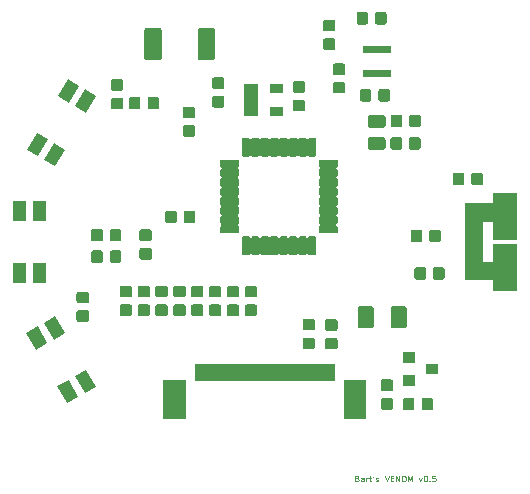
<source format=gbr>
G04 #@! TF.GenerationSoftware,KiCad,Pcbnew,5.1.4-1.fc30*
G04 #@! TF.CreationDate,2020-03-29T15:47:08+02:00*
G04 #@! TF.ProjectId,venom,76656e6f-6d2e-46b6-9963-61645f706362,rev?*
G04 #@! TF.SameCoordinates,Original*
G04 #@! TF.FileFunction,Soldermask,Top*
G04 #@! TF.FilePolarity,Negative*
%FSLAX46Y46*%
G04 Gerber Fmt 4.6, Leading zero omitted, Abs format (unit mm)*
G04 Created by KiCad (PCBNEW 5.1.4-1.fc30) date 2020-03-29 15:47:08*
%MOMM*%
%LPD*%
G04 APERTURE LIST*
%ADD10C,0.125000*%
%ADD11C,0.100000*%
G04 APERTURE END LIST*
D10*
X167323809Y-138804285D02*
X167395238Y-138828095D01*
X167419047Y-138851904D01*
X167442857Y-138899523D01*
X167442857Y-138970952D01*
X167419047Y-139018571D01*
X167395238Y-139042380D01*
X167347619Y-139066190D01*
X167157142Y-139066190D01*
X167157142Y-138566190D01*
X167323809Y-138566190D01*
X167371428Y-138590000D01*
X167395238Y-138613809D01*
X167419047Y-138661428D01*
X167419047Y-138709047D01*
X167395238Y-138756666D01*
X167371428Y-138780476D01*
X167323809Y-138804285D01*
X167157142Y-138804285D01*
X167871428Y-139066190D02*
X167871428Y-138804285D01*
X167847619Y-138756666D01*
X167800000Y-138732857D01*
X167704761Y-138732857D01*
X167657142Y-138756666D01*
X167871428Y-139042380D02*
X167823809Y-139066190D01*
X167704761Y-139066190D01*
X167657142Y-139042380D01*
X167633333Y-138994761D01*
X167633333Y-138947142D01*
X167657142Y-138899523D01*
X167704761Y-138875714D01*
X167823809Y-138875714D01*
X167871428Y-138851904D01*
X168109523Y-139066190D02*
X168109523Y-138732857D01*
X168109523Y-138828095D02*
X168133333Y-138780476D01*
X168157142Y-138756666D01*
X168204761Y-138732857D01*
X168252380Y-138732857D01*
X168347619Y-138732857D02*
X168538095Y-138732857D01*
X168419047Y-138566190D02*
X168419047Y-138994761D01*
X168442857Y-139042380D01*
X168490476Y-139066190D01*
X168538095Y-139066190D01*
X168728571Y-138566190D02*
X168680952Y-138661428D01*
X168919047Y-139042380D02*
X168966666Y-139066190D01*
X169061904Y-139066190D01*
X169109523Y-139042380D01*
X169133333Y-138994761D01*
X169133333Y-138970952D01*
X169109523Y-138923333D01*
X169061904Y-138899523D01*
X168990476Y-138899523D01*
X168942857Y-138875714D01*
X168919047Y-138828095D01*
X168919047Y-138804285D01*
X168942857Y-138756666D01*
X168990476Y-138732857D01*
X169061904Y-138732857D01*
X169109523Y-138756666D01*
X169657142Y-138566190D02*
X169823809Y-139066190D01*
X169990476Y-138566190D01*
X170157142Y-138804285D02*
X170323809Y-138804285D01*
X170395238Y-139066190D02*
X170157142Y-139066190D01*
X170157142Y-138566190D01*
X170395238Y-138566190D01*
X170609523Y-139066190D02*
X170609523Y-138566190D01*
X170895238Y-139066190D01*
X170895238Y-138566190D01*
X171228571Y-138566190D02*
X171323809Y-138566190D01*
X171371428Y-138590000D01*
X171419047Y-138637619D01*
X171442857Y-138732857D01*
X171442857Y-138899523D01*
X171419047Y-138994761D01*
X171371428Y-139042380D01*
X171323809Y-139066190D01*
X171228571Y-139066190D01*
X171180952Y-139042380D01*
X171133333Y-138994761D01*
X171109523Y-138899523D01*
X171109523Y-138732857D01*
X171133333Y-138637619D01*
X171180952Y-138590000D01*
X171228571Y-138566190D01*
X171657142Y-139066190D02*
X171657142Y-138566190D01*
X171823809Y-138923333D01*
X171990476Y-138566190D01*
X171990476Y-139066190D01*
X172561904Y-138732857D02*
X172680952Y-139066190D01*
X172800000Y-138732857D01*
X173085714Y-138566190D02*
X173133333Y-138566190D01*
X173180952Y-138590000D01*
X173204761Y-138613809D01*
X173228571Y-138661428D01*
X173252380Y-138756666D01*
X173252380Y-138875714D01*
X173228571Y-138970952D01*
X173204761Y-139018571D01*
X173180952Y-139042380D01*
X173133333Y-139066190D01*
X173085714Y-139066190D01*
X173038095Y-139042380D01*
X173014285Y-139018571D01*
X172990476Y-138970952D01*
X172966666Y-138875714D01*
X172966666Y-138756666D01*
X172990476Y-138661428D01*
X173014285Y-138613809D01*
X173038095Y-138590000D01*
X173085714Y-138566190D01*
X173466666Y-139018571D02*
X173490476Y-139042380D01*
X173466666Y-139066190D01*
X173442857Y-139042380D01*
X173466666Y-139018571D01*
X173466666Y-139066190D01*
X173942857Y-138566190D02*
X173704761Y-138566190D01*
X173680952Y-138804285D01*
X173704761Y-138780476D01*
X173752380Y-138756666D01*
X173871428Y-138756666D01*
X173919047Y-138780476D01*
X173942857Y-138804285D01*
X173966666Y-138851904D01*
X173966666Y-138970952D01*
X173942857Y-139018571D01*
X173919047Y-139042380D01*
X173871428Y-139066190D01*
X173752380Y-139066190D01*
X173704761Y-139042380D01*
X173680952Y-139018571D01*
D11*
G36*
X168111000Y-133742000D02*
G01*
X166209000Y-133742000D01*
X166209000Y-130440000D01*
X168111000Y-130440000D01*
X168111000Y-133742000D01*
X168111000Y-133742000D01*
G37*
G36*
X152811000Y-133742000D02*
G01*
X150909000Y-133742000D01*
X150909000Y-130440000D01*
X152811000Y-130440000D01*
X152811000Y-133742000D01*
X152811000Y-133742000D01*
G37*
G36*
X173609591Y-131978085D02*
G01*
X173643569Y-131988393D01*
X173674890Y-132005134D01*
X173702339Y-132027661D01*
X173724866Y-132055110D01*
X173741607Y-132086431D01*
X173751915Y-132120409D01*
X173756000Y-132161890D01*
X173756000Y-132838110D01*
X173751915Y-132879591D01*
X173741607Y-132913569D01*
X173724866Y-132944890D01*
X173702339Y-132972339D01*
X173674890Y-132994866D01*
X173643569Y-133011607D01*
X173609591Y-133021915D01*
X173568110Y-133026000D01*
X172966890Y-133026000D01*
X172925409Y-133021915D01*
X172891431Y-133011607D01*
X172860110Y-132994866D01*
X172832661Y-132972339D01*
X172810134Y-132944890D01*
X172793393Y-132913569D01*
X172783085Y-132879591D01*
X172779000Y-132838110D01*
X172779000Y-132161890D01*
X172783085Y-132120409D01*
X172793393Y-132086431D01*
X172810134Y-132055110D01*
X172832661Y-132027661D01*
X172860110Y-132005134D01*
X172891431Y-131988393D01*
X172925409Y-131978085D01*
X172966890Y-131974000D01*
X173568110Y-131974000D01*
X173609591Y-131978085D01*
X173609591Y-131978085D01*
G37*
G36*
X172034591Y-131978085D02*
G01*
X172068569Y-131988393D01*
X172099890Y-132005134D01*
X172127339Y-132027661D01*
X172149866Y-132055110D01*
X172166607Y-132086431D01*
X172176915Y-132120409D01*
X172181000Y-132161890D01*
X172181000Y-132838110D01*
X172176915Y-132879591D01*
X172166607Y-132913569D01*
X172149866Y-132944890D01*
X172127339Y-132972339D01*
X172099890Y-132994866D01*
X172068569Y-133011607D01*
X172034591Y-133021915D01*
X171993110Y-133026000D01*
X171391890Y-133026000D01*
X171350409Y-133021915D01*
X171316431Y-133011607D01*
X171285110Y-132994866D01*
X171257661Y-132972339D01*
X171235134Y-132944890D01*
X171218393Y-132913569D01*
X171208085Y-132879591D01*
X171204000Y-132838110D01*
X171204000Y-132161890D01*
X171208085Y-132120409D01*
X171218393Y-132086431D01*
X171235134Y-132055110D01*
X171257661Y-132027661D01*
X171285110Y-132005134D01*
X171316431Y-131988393D01*
X171350409Y-131978085D01*
X171391890Y-131974000D01*
X171993110Y-131974000D01*
X172034591Y-131978085D01*
X172034591Y-131978085D01*
G37*
G36*
X170229591Y-132003085D02*
G01*
X170263569Y-132013393D01*
X170294890Y-132030134D01*
X170322339Y-132052661D01*
X170344866Y-132080110D01*
X170361607Y-132111431D01*
X170371915Y-132145409D01*
X170376000Y-132186890D01*
X170376000Y-132788110D01*
X170371915Y-132829591D01*
X170361607Y-132863569D01*
X170344866Y-132894890D01*
X170322339Y-132922339D01*
X170294890Y-132944866D01*
X170263569Y-132961607D01*
X170229591Y-132971915D01*
X170188110Y-132976000D01*
X169511890Y-132976000D01*
X169470409Y-132971915D01*
X169436431Y-132961607D01*
X169405110Y-132944866D01*
X169377661Y-132922339D01*
X169355134Y-132894890D01*
X169338393Y-132863569D01*
X169328085Y-132829591D01*
X169324000Y-132788110D01*
X169324000Y-132186890D01*
X169328085Y-132145409D01*
X169338393Y-132111431D01*
X169355134Y-132080110D01*
X169377661Y-132052661D01*
X169405110Y-132030134D01*
X169436431Y-132013393D01*
X169470409Y-132003085D01*
X169511890Y-131999000D01*
X170188110Y-131999000D01*
X170229591Y-132003085D01*
X170229591Y-132003085D01*
G37*
G36*
X143726559Y-131898154D02*
G01*
X142772198Y-132449155D01*
X141946197Y-131018480D01*
X142900558Y-130467479D01*
X143726559Y-131898154D01*
X143726559Y-131898154D01*
G37*
G36*
X145198803Y-131048154D02*
G01*
X144244442Y-131599155D01*
X143418441Y-130168480D01*
X144372802Y-129617479D01*
X145198803Y-131048154D01*
X145198803Y-131048154D01*
G37*
G36*
X170229591Y-130428085D02*
G01*
X170263569Y-130438393D01*
X170294890Y-130455134D01*
X170322339Y-130477661D01*
X170344866Y-130505110D01*
X170361607Y-130536431D01*
X170371915Y-130570409D01*
X170376000Y-130611890D01*
X170376000Y-131213110D01*
X170371915Y-131254591D01*
X170361607Y-131288569D01*
X170344866Y-131319890D01*
X170322339Y-131347339D01*
X170294890Y-131369866D01*
X170263569Y-131386607D01*
X170229591Y-131396915D01*
X170188110Y-131401000D01*
X169511890Y-131401000D01*
X169470409Y-131396915D01*
X169436431Y-131386607D01*
X169405110Y-131369866D01*
X169377661Y-131347339D01*
X169355134Y-131319890D01*
X169338393Y-131288569D01*
X169328085Y-131254591D01*
X169324000Y-131213110D01*
X169324000Y-130611890D01*
X169328085Y-130570409D01*
X169338393Y-130536431D01*
X169355134Y-130505110D01*
X169377661Y-130477661D01*
X169405110Y-130455134D01*
X169436431Y-130438393D01*
X169470409Y-130428085D01*
X169511890Y-130424000D01*
X170188110Y-130424000D01*
X170229591Y-130428085D01*
X170229591Y-130428085D01*
G37*
G36*
X172201000Y-130941000D02*
G01*
X171199000Y-130941000D01*
X171199000Y-130039000D01*
X172201000Y-130039000D01*
X172201000Y-130941000D01*
X172201000Y-130941000D01*
G37*
G36*
X165461000Y-130561000D02*
G01*
X153559000Y-130561000D01*
X153559000Y-129159000D01*
X165461000Y-129159000D01*
X165461000Y-130561000D01*
X165461000Y-130561000D01*
G37*
G36*
X174201000Y-129991000D02*
G01*
X173199000Y-129991000D01*
X173199000Y-129089000D01*
X174201000Y-129089000D01*
X174201000Y-129991000D01*
X174201000Y-129991000D01*
G37*
G36*
X172201000Y-129041000D02*
G01*
X171199000Y-129041000D01*
X171199000Y-128139000D01*
X172201000Y-128139000D01*
X172201000Y-129041000D01*
X172201000Y-129041000D01*
G37*
G36*
X141101559Y-127351520D02*
G01*
X140147198Y-127902521D01*
X139321197Y-126471846D01*
X140275558Y-125920845D01*
X141101559Y-127351520D01*
X141101559Y-127351520D01*
G37*
G36*
X165519591Y-126903085D02*
G01*
X165553569Y-126913393D01*
X165584890Y-126930134D01*
X165612339Y-126952661D01*
X165634866Y-126980110D01*
X165651607Y-127011431D01*
X165661915Y-127045409D01*
X165666000Y-127086890D01*
X165666000Y-127688110D01*
X165661915Y-127729591D01*
X165651607Y-127763569D01*
X165634866Y-127794890D01*
X165612339Y-127822339D01*
X165584890Y-127844866D01*
X165553569Y-127861607D01*
X165519591Y-127871915D01*
X165478110Y-127876000D01*
X164801890Y-127876000D01*
X164760409Y-127871915D01*
X164726431Y-127861607D01*
X164695110Y-127844866D01*
X164667661Y-127822339D01*
X164645134Y-127794890D01*
X164628393Y-127763569D01*
X164618085Y-127729591D01*
X164614000Y-127688110D01*
X164614000Y-127086890D01*
X164618085Y-127045409D01*
X164628393Y-127011431D01*
X164645134Y-126980110D01*
X164667661Y-126952661D01*
X164695110Y-126930134D01*
X164726431Y-126913393D01*
X164760409Y-126903085D01*
X164801890Y-126899000D01*
X165478110Y-126899000D01*
X165519591Y-126903085D01*
X165519591Y-126903085D01*
G37*
G36*
X163609591Y-126883085D02*
G01*
X163643569Y-126893393D01*
X163674890Y-126910134D01*
X163702339Y-126932661D01*
X163724866Y-126960110D01*
X163741607Y-126991431D01*
X163751915Y-127025409D01*
X163756000Y-127066890D01*
X163756000Y-127668110D01*
X163751915Y-127709591D01*
X163741607Y-127743569D01*
X163724866Y-127774890D01*
X163702339Y-127802339D01*
X163674890Y-127824866D01*
X163643569Y-127841607D01*
X163609591Y-127851915D01*
X163568110Y-127856000D01*
X162891890Y-127856000D01*
X162850409Y-127851915D01*
X162816431Y-127841607D01*
X162785110Y-127824866D01*
X162757661Y-127802339D01*
X162735134Y-127774890D01*
X162718393Y-127743569D01*
X162708085Y-127709591D01*
X162704000Y-127668110D01*
X162704000Y-127066890D01*
X162708085Y-127025409D01*
X162718393Y-126991431D01*
X162735134Y-126960110D01*
X162757661Y-126932661D01*
X162785110Y-126910134D01*
X162816431Y-126893393D01*
X162850409Y-126883085D01*
X162891890Y-126879000D01*
X163568110Y-126879000D01*
X163609591Y-126883085D01*
X163609591Y-126883085D01*
G37*
G36*
X142573803Y-126501520D02*
G01*
X141619442Y-127052521D01*
X140793441Y-125621846D01*
X141747802Y-125070845D01*
X142573803Y-126501520D01*
X142573803Y-126501520D01*
G37*
G36*
X165519591Y-125328085D02*
G01*
X165553569Y-125338393D01*
X165584890Y-125355134D01*
X165612339Y-125377661D01*
X165634866Y-125405110D01*
X165651607Y-125436431D01*
X165661915Y-125470409D01*
X165666000Y-125511890D01*
X165666000Y-126113110D01*
X165661915Y-126154591D01*
X165651607Y-126188569D01*
X165634866Y-126219890D01*
X165612339Y-126247339D01*
X165584890Y-126269866D01*
X165553569Y-126286607D01*
X165519591Y-126296915D01*
X165478110Y-126301000D01*
X164801890Y-126301000D01*
X164760409Y-126296915D01*
X164726431Y-126286607D01*
X164695110Y-126269866D01*
X164667661Y-126247339D01*
X164645134Y-126219890D01*
X164628393Y-126188569D01*
X164618085Y-126154591D01*
X164614000Y-126113110D01*
X164614000Y-125511890D01*
X164618085Y-125470409D01*
X164628393Y-125436431D01*
X164645134Y-125405110D01*
X164667661Y-125377661D01*
X164695110Y-125355134D01*
X164726431Y-125338393D01*
X164760409Y-125328085D01*
X164801890Y-125324000D01*
X165478110Y-125324000D01*
X165519591Y-125328085D01*
X165519591Y-125328085D01*
G37*
G36*
X163609591Y-125308085D02*
G01*
X163643569Y-125318393D01*
X163674890Y-125335134D01*
X163702339Y-125357661D01*
X163724866Y-125385110D01*
X163741607Y-125416431D01*
X163751915Y-125450409D01*
X163756000Y-125491890D01*
X163756000Y-126093110D01*
X163751915Y-126134591D01*
X163741607Y-126168569D01*
X163724866Y-126199890D01*
X163702339Y-126227339D01*
X163674890Y-126249866D01*
X163643569Y-126266607D01*
X163609591Y-126276915D01*
X163568110Y-126281000D01*
X162891890Y-126281000D01*
X162850409Y-126276915D01*
X162816431Y-126266607D01*
X162785110Y-126249866D01*
X162757661Y-126227339D01*
X162735134Y-126199890D01*
X162718393Y-126168569D01*
X162708085Y-126134591D01*
X162704000Y-126093110D01*
X162704000Y-125491890D01*
X162708085Y-125450409D01*
X162718393Y-125416431D01*
X162735134Y-125385110D01*
X162757661Y-125357661D01*
X162785110Y-125335134D01*
X162816431Y-125318393D01*
X162850409Y-125308085D01*
X162891890Y-125304000D01*
X163568110Y-125304000D01*
X163609591Y-125308085D01*
X163609591Y-125308085D01*
G37*
G36*
X171368604Y-124228347D02*
G01*
X171405144Y-124239432D01*
X171438821Y-124257433D01*
X171468341Y-124281659D01*
X171492567Y-124311179D01*
X171510568Y-124344856D01*
X171521653Y-124381396D01*
X171526000Y-124425538D01*
X171526000Y-125874462D01*
X171521653Y-125918604D01*
X171510568Y-125955144D01*
X171492567Y-125988821D01*
X171468341Y-126018341D01*
X171438821Y-126042567D01*
X171405144Y-126060568D01*
X171368604Y-126071653D01*
X171324462Y-126076000D01*
X170375538Y-126076000D01*
X170331396Y-126071653D01*
X170294856Y-126060568D01*
X170261179Y-126042567D01*
X170231659Y-126018341D01*
X170207433Y-125988821D01*
X170189432Y-125955144D01*
X170178347Y-125918604D01*
X170174000Y-125874462D01*
X170174000Y-124425538D01*
X170178347Y-124381396D01*
X170189432Y-124344856D01*
X170207433Y-124311179D01*
X170231659Y-124281659D01*
X170261179Y-124257433D01*
X170294856Y-124239432D01*
X170331396Y-124228347D01*
X170375538Y-124224000D01*
X171324462Y-124224000D01*
X171368604Y-124228347D01*
X171368604Y-124228347D01*
G37*
G36*
X168568604Y-124228347D02*
G01*
X168605144Y-124239432D01*
X168638821Y-124257433D01*
X168668341Y-124281659D01*
X168692567Y-124311179D01*
X168710568Y-124344856D01*
X168721653Y-124381396D01*
X168726000Y-124425538D01*
X168726000Y-125874462D01*
X168721653Y-125918604D01*
X168710568Y-125955144D01*
X168692567Y-125988821D01*
X168668341Y-126018341D01*
X168638821Y-126042567D01*
X168605144Y-126060568D01*
X168568604Y-126071653D01*
X168524462Y-126076000D01*
X167575538Y-126076000D01*
X167531396Y-126071653D01*
X167494856Y-126060568D01*
X167461179Y-126042567D01*
X167431659Y-126018341D01*
X167407433Y-125988821D01*
X167389432Y-125955144D01*
X167378347Y-125918604D01*
X167374000Y-125874462D01*
X167374000Y-124425538D01*
X167378347Y-124381396D01*
X167389432Y-124344856D01*
X167407433Y-124311179D01*
X167431659Y-124281659D01*
X167461179Y-124257433D01*
X167494856Y-124239432D01*
X167531396Y-124228347D01*
X167575538Y-124224000D01*
X168524462Y-124224000D01*
X168568604Y-124228347D01*
X168568604Y-124228347D01*
G37*
G36*
X144469591Y-124573085D02*
G01*
X144503569Y-124583393D01*
X144534890Y-124600134D01*
X144562339Y-124622661D01*
X144584866Y-124650110D01*
X144601607Y-124681431D01*
X144611915Y-124715409D01*
X144616000Y-124756890D01*
X144616000Y-125358110D01*
X144611915Y-125399591D01*
X144601607Y-125433569D01*
X144584866Y-125464890D01*
X144562339Y-125492339D01*
X144534890Y-125514866D01*
X144503569Y-125531607D01*
X144469591Y-125541915D01*
X144428110Y-125546000D01*
X143751890Y-125546000D01*
X143710409Y-125541915D01*
X143676431Y-125531607D01*
X143645110Y-125514866D01*
X143617661Y-125492339D01*
X143595134Y-125464890D01*
X143578393Y-125433569D01*
X143568085Y-125399591D01*
X143564000Y-125358110D01*
X143564000Y-124756890D01*
X143568085Y-124715409D01*
X143578393Y-124681431D01*
X143595134Y-124650110D01*
X143617661Y-124622661D01*
X143645110Y-124600134D01*
X143676431Y-124583393D01*
X143710409Y-124573085D01*
X143751890Y-124569000D01*
X144428110Y-124569000D01*
X144469591Y-124573085D01*
X144469591Y-124573085D01*
G37*
G36*
X158699591Y-124083085D02*
G01*
X158733569Y-124093393D01*
X158764890Y-124110134D01*
X158792339Y-124132661D01*
X158814866Y-124160110D01*
X158831607Y-124191431D01*
X158841915Y-124225409D01*
X158846000Y-124266890D01*
X158846000Y-124868110D01*
X158841915Y-124909591D01*
X158831607Y-124943569D01*
X158814866Y-124974890D01*
X158792339Y-125002339D01*
X158764890Y-125024866D01*
X158733569Y-125041607D01*
X158699591Y-125051915D01*
X158658110Y-125056000D01*
X157981890Y-125056000D01*
X157940409Y-125051915D01*
X157906431Y-125041607D01*
X157875110Y-125024866D01*
X157847661Y-125002339D01*
X157825134Y-124974890D01*
X157808393Y-124943569D01*
X157798085Y-124909591D01*
X157794000Y-124868110D01*
X157794000Y-124266890D01*
X157798085Y-124225409D01*
X157808393Y-124191431D01*
X157825134Y-124160110D01*
X157847661Y-124132661D01*
X157875110Y-124110134D01*
X157906431Y-124093393D01*
X157940409Y-124083085D01*
X157981890Y-124079000D01*
X158658110Y-124079000D01*
X158699591Y-124083085D01*
X158699591Y-124083085D01*
G37*
G36*
X157189591Y-124083085D02*
G01*
X157223569Y-124093393D01*
X157254890Y-124110134D01*
X157282339Y-124132661D01*
X157304866Y-124160110D01*
X157321607Y-124191431D01*
X157331915Y-124225409D01*
X157336000Y-124266890D01*
X157336000Y-124868110D01*
X157331915Y-124909591D01*
X157321607Y-124943569D01*
X157304866Y-124974890D01*
X157282339Y-125002339D01*
X157254890Y-125024866D01*
X157223569Y-125041607D01*
X157189591Y-125051915D01*
X157148110Y-125056000D01*
X156471890Y-125056000D01*
X156430409Y-125051915D01*
X156396431Y-125041607D01*
X156365110Y-125024866D01*
X156337661Y-125002339D01*
X156315134Y-124974890D01*
X156298393Y-124943569D01*
X156288085Y-124909591D01*
X156284000Y-124868110D01*
X156284000Y-124266890D01*
X156288085Y-124225409D01*
X156298393Y-124191431D01*
X156315134Y-124160110D01*
X156337661Y-124132661D01*
X156365110Y-124110134D01*
X156396431Y-124093393D01*
X156430409Y-124083085D01*
X156471890Y-124079000D01*
X157148110Y-124079000D01*
X157189591Y-124083085D01*
X157189591Y-124083085D01*
G37*
G36*
X155679591Y-124083085D02*
G01*
X155713569Y-124093393D01*
X155744890Y-124110134D01*
X155772339Y-124132661D01*
X155794866Y-124160110D01*
X155811607Y-124191431D01*
X155821915Y-124225409D01*
X155826000Y-124266890D01*
X155826000Y-124868110D01*
X155821915Y-124909591D01*
X155811607Y-124943569D01*
X155794866Y-124974890D01*
X155772339Y-125002339D01*
X155744890Y-125024866D01*
X155713569Y-125041607D01*
X155679591Y-125051915D01*
X155638110Y-125056000D01*
X154961890Y-125056000D01*
X154920409Y-125051915D01*
X154886431Y-125041607D01*
X154855110Y-125024866D01*
X154827661Y-125002339D01*
X154805134Y-124974890D01*
X154788393Y-124943569D01*
X154778085Y-124909591D01*
X154774000Y-124868110D01*
X154774000Y-124266890D01*
X154778085Y-124225409D01*
X154788393Y-124191431D01*
X154805134Y-124160110D01*
X154827661Y-124132661D01*
X154855110Y-124110134D01*
X154886431Y-124093393D01*
X154920409Y-124083085D01*
X154961890Y-124079000D01*
X155638110Y-124079000D01*
X155679591Y-124083085D01*
X155679591Y-124083085D01*
G37*
G36*
X152659591Y-124073085D02*
G01*
X152693569Y-124083393D01*
X152724890Y-124100134D01*
X152752339Y-124122661D01*
X152774866Y-124150110D01*
X152791607Y-124181431D01*
X152801915Y-124215409D01*
X152806000Y-124256890D01*
X152806000Y-124858110D01*
X152801915Y-124899591D01*
X152791607Y-124933569D01*
X152774866Y-124964890D01*
X152752339Y-124992339D01*
X152724890Y-125014866D01*
X152693569Y-125031607D01*
X152659591Y-125041915D01*
X152618110Y-125046000D01*
X151941890Y-125046000D01*
X151900409Y-125041915D01*
X151866431Y-125031607D01*
X151835110Y-125014866D01*
X151807661Y-124992339D01*
X151785134Y-124964890D01*
X151768393Y-124933569D01*
X151758085Y-124899591D01*
X151754000Y-124858110D01*
X151754000Y-124256890D01*
X151758085Y-124215409D01*
X151768393Y-124181431D01*
X151785134Y-124150110D01*
X151807661Y-124122661D01*
X151835110Y-124100134D01*
X151866431Y-124083393D01*
X151900409Y-124073085D01*
X151941890Y-124069000D01*
X152618110Y-124069000D01*
X152659591Y-124073085D01*
X152659591Y-124073085D01*
G37*
G36*
X151149591Y-124073085D02*
G01*
X151183569Y-124083393D01*
X151214890Y-124100134D01*
X151242339Y-124122661D01*
X151264866Y-124150110D01*
X151281607Y-124181431D01*
X151291915Y-124215409D01*
X151296000Y-124256890D01*
X151296000Y-124858110D01*
X151291915Y-124899591D01*
X151281607Y-124933569D01*
X151264866Y-124964890D01*
X151242339Y-124992339D01*
X151214890Y-125014866D01*
X151183569Y-125031607D01*
X151149591Y-125041915D01*
X151108110Y-125046000D01*
X150431890Y-125046000D01*
X150390409Y-125041915D01*
X150356431Y-125031607D01*
X150325110Y-125014866D01*
X150297661Y-124992339D01*
X150275134Y-124964890D01*
X150258393Y-124933569D01*
X150248085Y-124899591D01*
X150244000Y-124858110D01*
X150244000Y-124256890D01*
X150248085Y-124215409D01*
X150258393Y-124181431D01*
X150275134Y-124150110D01*
X150297661Y-124122661D01*
X150325110Y-124100134D01*
X150356431Y-124083393D01*
X150390409Y-124073085D01*
X150431890Y-124069000D01*
X151108110Y-124069000D01*
X151149591Y-124073085D01*
X151149591Y-124073085D01*
G37*
G36*
X148129591Y-124073085D02*
G01*
X148163569Y-124083393D01*
X148194890Y-124100134D01*
X148222339Y-124122661D01*
X148244866Y-124150110D01*
X148261607Y-124181431D01*
X148271915Y-124215409D01*
X148276000Y-124256890D01*
X148276000Y-124858110D01*
X148271915Y-124899591D01*
X148261607Y-124933569D01*
X148244866Y-124964890D01*
X148222339Y-124992339D01*
X148194890Y-125014866D01*
X148163569Y-125031607D01*
X148129591Y-125041915D01*
X148088110Y-125046000D01*
X147411890Y-125046000D01*
X147370409Y-125041915D01*
X147336431Y-125031607D01*
X147305110Y-125014866D01*
X147277661Y-124992339D01*
X147255134Y-124964890D01*
X147238393Y-124933569D01*
X147228085Y-124899591D01*
X147224000Y-124858110D01*
X147224000Y-124256890D01*
X147228085Y-124215409D01*
X147238393Y-124181431D01*
X147255134Y-124150110D01*
X147277661Y-124122661D01*
X147305110Y-124100134D01*
X147336431Y-124083393D01*
X147370409Y-124073085D01*
X147411890Y-124069000D01*
X148088110Y-124069000D01*
X148129591Y-124073085D01*
X148129591Y-124073085D01*
G37*
G36*
X154169591Y-124073085D02*
G01*
X154203569Y-124083393D01*
X154234890Y-124100134D01*
X154262339Y-124122661D01*
X154284866Y-124150110D01*
X154301607Y-124181431D01*
X154311915Y-124215409D01*
X154316000Y-124256890D01*
X154316000Y-124858110D01*
X154311915Y-124899591D01*
X154301607Y-124933569D01*
X154284866Y-124964890D01*
X154262339Y-124992339D01*
X154234890Y-125014866D01*
X154203569Y-125031607D01*
X154169591Y-125041915D01*
X154128110Y-125046000D01*
X153451890Y-125046000D01*
X153410409Y-125041915D01*
X153376431Y-125031607D01*
X153345110Y-125014866D01*
X153317661Y-124992339D01*
X153295134Y-124964890D01*
X153278393Y-124933569D01*
X153268085Y-124899591D01*
X153264000Y-124858110D01*
X153264000Y-124256890D01*
X153268085Y-124215409D01*
X153278393Y-124181431D01*
X153295134Y-124150110D01*
X153317661Y-124122661D01*
X153345110Y-124100134D01*
X153376431Y-124083393D01*
X153410409Y-124073085D01*
X153451890Y-124069000D01*
X154128110Y-124069000D01*
X154169591Y-124073085D01*
X154169591Y-124073085D01*
G37*
G36*
X149639591Y-124073085D02*
G01*
X149673569Y-124083393D01*
X149704890Y-124100134D01*
X149732339Y-124122661D01*
X149754866Y-124150110D01*
X149771607Y-124181431D01*
X149781915Y-124215409D01*
X149786000Y-124256890D01*
X149786000Y-124858110D01*
X149781915Y-124899591D01*
X149771607Y-124933569D01*
X149754866Y-124964890D01*
X149732339Y-124992339D01*
X149704890Y-125014866D01*
X149673569Y-125031607D01*
X149639591Y-125041915D01*
X149598110Y-125046000D01*
X148921890Y-125046000D01*
X148880409Y-125041915D01*
X148846431Y-125031607D01*
X148815110Y-125014866D01*
X148787661Y-124992339D01*
X148765134Y-124964890D01*
X148748393Y-124933569D01*
X148738085Y-124899591D01*
X148734000Y-124858110D01*
X148734000Y-124256890D01*
X148738085Y-124215409D01*
X148748393Y-124181431D01*
X148765134Y-124150110D01*
X148787661Y-124122661D01*
X148815110Y-124100134D01*
X148846431Y-124083393D01*
X148880409Y-124073085D01*
X148921890Y-124069000D01*
X149598110Y-124069000D01*
X149639591Y-124073085D01*
X149639591Y-124073085D01*
G37*
G36*
X144469591Y-122998085D02*
G01*
X144503569Y-123008393D01*
X144534890Y-123025134D01*
X144562339Y-123047661D01*
X144584866Y-123075110D01*
X144601607Y-123106431D01*
X144611915Y-123140409D01*
X144616000Y-123181890D01*
X144616000Y-123783110D01*
X144611915Y-123824591D01*
X144601607Y-123858569D01*
X144584866Y-123889890D01*
X144562339Y-123917339D01*
X144534890Y-123939866D01*
X144503569Y-123956607D01*
X144469591Y-123966915D01*
X144428110Y-123971000D01*
X143751890Y-123971000D01*
X143710409Y-123966915D01*
X143676431Y-123956607D01*
X143645110Y-123939866D01*
X143617661Y-123917339D01*
X143595134Y-123889890D01*
X143578393Y-123858569D01*
X143568085Y-123824591D01*
X143564000Y-123783110D01*
X143564000Y-123181890D01*
X143568085Y-123140409D01*
X143578393Y-123106431D01*
X143595134Y-123075110D01*
X143617661Y-123047661D01*
X143645110Y-123025134D01*
X143676431Y-123008393D01*
X143710409Y-122998085D01*
X143751890Y-122994000D01*
X144428110Y-122994000D01*
X144469591Y-122998085D01*
X144469591Y-122998085D01*
G37*
G36*
X155679591Y-122508085D02*
G01*
X155713569Y-122518393D01*
X155744890Y-122535134D01*
X155772339Y-122557661D01*
X155794866Y-122585110D01*
X155811607Y-122616431D01*
X155821915Y-122650409D01*
X155826000Y-122691890D01*
X155826000Y-123293110D01*
X155821915Y-123334591D01*
X155811607Y-123368569D01*
X155794866Y-123399890D01*
X155772339Y-123427339D01*
X155744890Y-123449866D01*
X155713569Y-123466607D01*
X155679591Y-123476915D01*
X155638110Y-123481000D01*
X154961890Y-123481000D01*
X154920409Y-123476915D01*
X154886431Y-123466607D01*
X154855110Y-123449866D01*
X154827661Y-123427339D01*
X154805134Y-123399890D01*
X154788393Y-123368569D01*
X154778085Y-123334591D01*
X154774000Y-123293110D01*
X154774000Y-122691890D01*
X154778085Y-122650409D01*
X154788393Y-122616431D01*
X154805134Y-122585110D01*
X154827661Y-122557661D01*
X154855110Y-122535134D01*
X154886431Y-122518393D01*
X154920409Y-122508085D01*
X154961890Y-122504000D01*
X155638110Y-122504000D01*
X155679591Y-122508085D01*
X155679591Y-122508085D01*
G37*
G36*
X157189591Y-122508085D02*
G01*
X157223569Y-122518393D01*
X157254890Y-122535134D01*
X157282339Y-122557661D01*
X157304866Y-122585110D01*
X157321607Y-122616431D01*
X157331915Y-122650409D01*
X157336000Y-122691890D01*
X157336000Y-123293110D01*
X157331915Y-123334591D01*
X157321607Y-123368569D01*
X157304866Y-123399890D01*
X157282339Y-123427339D01*
X157254890Y-123449866D01*
X157223569Y-123466607D01*
X157189591Y-123476915D01*
X157148110Y-123481000D01*
X156471890Y-123481000D01*
X156430409Y-123476915D01*
X156396431Y-123466607D01*
X156365110Y-123449866D01*
X156337661Y-123427339D01*
X156315134Y-123399890D01*
X156298393Y-123368569D01*
X156288085Y-123334591D01*
X156284000Y-123293110D01*
X156284000Y-122691890D01*
X156288085Y-122650409D01*
X156298393Y-122616431D01*
X156315134Y-122585110D01*
X156337661Y-122557661D01*
X156365110Y-122535134D01*
X156396431Y-122518393D01*
X156430409Y-122508085D01*
X156471890Y-122504000D01*
X157148110Y-122504000D01*
X157189591Y-122508085D01*
X157189591Y-122508085D01*
G37*
G36*
X158699591Y-122508085D02*
G01*
X158733569Y-122518393D01*
X158764890Y-122535134D01*
X158792339Y-122557661D01*
X158814866Y-122585110D01*
X158831607Y-122616431D01*
X158841915Y-122650409D01*
X158846000Y-122691890D01*
X158846000Y-123293110D01*
X158841915Y-123334591D01*
X158831607Y-123368569D01*
X158814866Y-123399890D01*
X158792339Y-123427339D01*
X158764890Y-123449866D01*
X158733569Y-123466607D01*
X158699591Y-123476915D01*
X158658110Y-123481000D01*
X157981890Y-123481000D01*
X157940409Y-123476915D01*
X157906431Y-123466607D01*
X157875110Y-123449866D01*
X157847661Y-123427339D01*
X157825134Y-123399890D01*
X157808393Y-123368569D01*
X157798085Y-123334591D01*
X157794000Y-123293110D01*
X157794000Y-122691890D01*
X157798085Y-122650409D01*
X157808393Y-122616431D01*
X157825134Y-122585110D01*
X157847661Y-122557661D01*
X157875110Y-122535134D01*
X157906431Y-122518393D01*
X157940409Y-122508085D01*
X157981890Y-122504000D01*
X158658110Y-122504000D01*
X158699591Y-122508085D01*
X158699591Y-122508085D01*
G37*
G36*
X151149591Y-122498085D02*
G01*
X151183569Y-122508393D01*
X151214890Y-122525134D01*
X151242339Y-122547661D01*
X151264866Y-122575110D01*
X151281607Y-122606431D01*
X151291915Y-122640409D01*
X151296000Y-122681890D01*
X151296000Y-123283110D01*
X151291915Y-123324591D01*
X151281607Y-123358569D01*
X151264866Y-123389890D01*
X151242339Y-123417339D01*
X151214890Y-123439866D01*
X151183569Y-123456607D01*
X151149591Y-123466915D01*
X151108110Y-123471000D01*
X150431890Y-123471000D01*
X150390409Y-123466915D01*
X150356431Y-123456607D01*
X150325110Y-123439866D01*
X150297661Y-123417339D01*
X150275134Y-123389890D01*
X150258393Y-123358569D01*
X150248085Y-123324591D01*
X150244000Y-123283110D01*
X150244000Y-122681890D01*
X150248085Y-122640409D01*
X150258393Y-122606431D01*
X150275134Y-122575110D01*
X150297661Y-122547661D01*
X150325110Y-122525134D01*
X150356431Y-122508393D01*
X150390409Y-122498085D01*
X150431890Y-122494000D01*
X151108110Y-122494000D01*
X151149591Y-122498085D01*
X151149591Y-122498085D01*
G37*
G36*
X148129591Y-122498085D02*
G01*
X148163569Y-122508393D01*
X148194890Y-122525134D01*
X148222339Y-122547661D01*
X148244866Y-122575110D01*
X148261607Y-122606431D01*
X148271915Y-122640409D01*
X148276000Y-122681890D01*
X148276000Y-123283110D01*
X148271915Y-123324591D01*
X148261607Y-123358569D01*
X148244866Y-123389890D01*
X148222339Y-123417339D01*
X148194890Y-123439866D01*
X148163569Y-123456607D01*
X148129591Y-123466915D01*
X148088110Y-123471000D01*
X147411890Y-123471000D01*
X147370409Y-123466915D01*
X147336431Y-123456607D01*
X147305110Y-123439866D01*
X147277661Y-123417339D01*
X147255134Y-123389890D01*
X147238393Y-123358569D01*
X147228085Y-123324591D01*
X147224000Y-123283110D01*
X147224000Y-122681890D01*
X147228085Y-122640409D01*
X147238393Y-122606431D01*
X147255134Y-122575110D01*
X147277661Y-122547661D01*
X147305110Y-122525134D01*
X147336431Y-122508393D01*
X147370409Y-122498085D01*
X147411890Y-122494000D01*
X148088110Y-122494000D01*
X148129591Y-122498085D01*
X148129591Y-122498085D01*
G37*
G36*
X152659591Y-122498085D02*
G01*
X152693569Y-122508393D01*
X152724890Y-122525134D01*
X152752339Y-122547661D01*
X152774866Y-122575110D01*
X152791607Y-122606431D01*
X152801915Y-122640409D01*
X152806000Y-122681890D01*
X152806000Y-123283110D01*
X152801915Y-123324591D01*
X152791607Y-123358569D01*
X152774866Y-123389890D01*
X152752339Y-123417339D01*
X152724890Y-123439866D01*
X152693569Y-123456607D01*
X152659591Y-123466915D01*
X152618110Y-123471000D01*
X151941890Y-123471000D01*
X151900409Y-123466915D01*
X151866431Y-123456607D01*
X151835110Y-123439866D01*
X151807661Y-123417339D01*
X151785134Y-123389890D01*
X151768393Y-123358569D01*
X151758085Y-123324591D01*
X151754000Y-123283110D01*
X151754000Y-122681890D01*
X151758085Y-122640409D01*
X151768393Y-122606431D01*
X151785134Y-122575110D01*
X151807661Y-122547661D01*
X151835110Y-122525134D01*
X151866431Y-122508393D01*
X151900409Y-122498085D01*
X151941890Y-122494000D01*
X152618110Y-122494000D01*
X152659591Y-122498085D01*
X152659591Y-122498085D01*
G37*
G36*
X154169591Y-122498085D02*
G01*
X154203569Y-122508393D01*
X154234890Y-122525134D01*
X154262339Y-122547661D01*
X154284866Y-122575110D01*
X154301607Y-122606431D01*
X154311915Y-122640409D01*
X154316000Y-122681890D01*
X154316000Y-123283110D01*
X154311915Y-123324591D01*
X154301607Y-123358569D01*
X154284866Y-123389890D01*
X154262339Y-123417339D01*
X154234890Y-123439866D01*
X154203569Y-123456607D01*
X154169591Y-123466915D01*
X154128110Y-123471000D01*
X153451890Y-123471000D01*
X153410409Y-123466915D01*
X153376431Y-123456607D01*
X153345110Y-123439866D01*
X153317661Y-123417339D01*
X153295134Y-123389890D01*
X153278393Y-123358569D01*
X153268085Y-123324591D01*
X153264000Y-123283110D01*
X153264000Y-122681890D01*
X153268085Y-122640409D01*
X153278393Y-122606431D01*
X153295134Y-122575110D01*
X153317661Y-122547661D01*
X153345110Y-122525134D01*
X153376431Y-122508393D01*
X153410409Y-122498085D01*
X153451890Y-122494000D01*
X154128110Y-122494000D01*
X154169591Y-122498085D01*
X154169591Y-122498085D01*
G37*
G36*
X149639591Y-122498085D02*
G01*
X149673569Y-122508393D01*
X149704890Y-122525134D01*
X149732339Y-122547661D01*
X149754866Y-122575110D01*
X149771607Y-122606431D01*
X149781915Y-122640409D01*
X149786000Y-122681890D01*
X149786000Y-123283110D01*
X149781915Y-123324591D01*
X149771607Y-123358569D01*
X149754866Y-123389890D01*
X149732339Y-123417339D01*
X149704890Y-123439866D01*
X149673569Y-123456607D01*
X149639591Y-123466915D01*
X149598110Y-123471000D01*
X148921890Y-123471000D01*
X148880409Y-123466915D01*
X148846431Y-123456607D01*
X148815110Y-123439866D01*
X148787661Y-123417339D01*
X148765134Y-123389890D01*
X148748393Y-123358569D01*
X148738085Y-123324591D01*
X148734000Y-123283110D01*
X148734000Y-122681890D01*
X148738085Y-122640409D01*
X148748393Y-122606431D01*
X148765134Y-122575110D01*
X148787661Y-122547661D01*
X148815110Y-122525134D01*
X148846431Y-122508393D01*
X148880409Y-122498085D01*
X148921890Y-122494000D01*
X149598110Y-122494000D01*
X149639591Y-122498085D01*
X149639591Y-122498085D01*
G37*
G36*
X180871000Y-118578500D02*
G01*
X178869000Y-118578500D01*
X178869000Y-117230999D01*
X178866598Y-117206613D01*
X178859485Y-117183164D01*
X178847934Y-117161553D01*
X178832389Y-117142611D01*
X178813447Y-117127066D01*
X178791836Y-117115515D01*
X178768387Y-117108402D01*
X178744001Y-117106000D01*
X178075999Y-117106000D01*
X178051613Y-117108402D01*
X178028164Y-117115515D01*
X178006553Y-117127066D01*
X177987611Y-117142611D01*
X177972066Y-117161553D01*
X177960515Y-117183164D01*
X177953402Y-117206613D01*
X177951000Y-117230999D01*
X177951000Y-120329001D01*
X177953402Y-120353387D01*
X177960515Y-120376836D01*
X177972066Y-120398447D01*
X177987611Y-120417389D01*
X178006553Y-120432934D01*
X178028164Y-120444485D01*
X178051613Y-120451598D01*
X178075999Y-120454000D01*
X178744001Y-120454000D01*
X178768387Y-120451598D01*
X178791836Y-120444485D01*
X178813447Y-120432934D01*
X178832389Y-120417389D01*
X178847934Y-120398447D01*
X178859485Y-120376836D01*
X178866598Y-120353387D01*
X178869000Y-120329001D01*
X178869000Y-118981500D01*
X180871000Y-118981500D01*
X180871000Y-122928500D01*
X178869000Y-122928500D01*
X178869000Y-122155999D01*
X178866598Y-122131613D01*
X178859485Y-122108164D01*
X178847934Y-122086553D01*
X178832389Y-122067611D01*
X178813447Y-122052066D01*
X178791836Y-122040515D01*
X178768387Y-122033402D01*
X178744001Y-122031000D01*
X176469000Y-122031000D01*
X176469000Y-115529000D01*
X178744001Y-115529000D01*
X178768387Y-115526598D01*
X178791836Y-115519485D01*
X178813447Y-115507934D01*
X178832389Y-115492389D01*
X178847934Y-115473447D01*
X178859485Y-115451836D01*
X178866598Y-115428387D01*
X178869000Y-115404001D01*
X178869000Y-114631500D01*
X180871000Y-114631500D01*
X180871000Y-118578500D01*
X180871000Y-118578500D01*
G37*
G36*
X139311000Y-122231000D02*
G01*
X138209000Y-122231000D01*
X138209000Y-120579000D01*
X139311000Y-120579000D01*
X139311000Y-122231000D01*
X139311000Y-122231000D01*
G37*
G36*
X141011000Y-122231000D02*
G01*
X139909000Y-122231000D01*
X139909000Y-120579000D01*
X141011000Y-120579000D01*
X141011000Y-122231000D01*
X141011000Y-122231000D01*
G37*
G36*
X174579591Y-120928085D02*
G01*
X174613569Y-120938393D01*
X174644890Y-120955134D01*
X174672339Y-120977661D01*
X174694866Y-121005110D01*
X174711607Y-121036431D01*
X174721915Y-121070409D01*
X174726000Y-121111890D01*
X174726000Y-121788110D01*
X174721915Y-121829591D01*
X174711607Y-121863569D01*
X174694866Y-121894890D01*
X174672339Y-121922339D01*
X174644890Y-121944866D01*
X174613569Y-121961607D01*
X174579591Y-121971915D01*
X174538110Y-121976000D01*
X173936890Y-121976000D01*
X173895409Y-121971915D01*
X173861431Y-121961607D01*
X173830110Y-121944866D01*
X173802661Y-121922339D01*
X173780134Y-121894890D01*
X173763393Y-121863569D01*
X173753085Y-121829591D01*
X173749000Y-121788110D01*
X173749000Y-121111890D01*
X173753085Y-121070409D01*
X173763393Y-121036431D01*
X173780134Y-121005110D01*
X173802661Y-120977661D01*
X173830110Y-120955134D01*
X173861431Y-120938393D01*
X173895409Y-120928085D01*
X173936890Y-120924000D01*
X174538110Y-120924000D01*
X174579591Y-120928085D01*
X174579591Y-120928085D01*
G37*
G36*
X173004591Y-120928085D02*
G01*
X173038569Y-120938393D01*
X173069890Y-120955134D01*
X173097339Y-120977661D01*
X173119866Y-121005110D01*
X173136607Y-121036431D01*
X173146915Y-121070409D01*
X173151000Y-121111890D01*
X173151000Y-121788110D01*
X173146915Y-121829591D01*
X173136607Y-121863569D01*
X173119866Y-121894890D01*
X173097339Y-121922339D01*
X173069890Y-121944866D01*
X173038569Y-121961607D01*
X173004591Y-121971915D01*
X172963110Y-121976000D01*
X172361890Y-121976000D01*
X172320409Y-121971915D01*
X172286431Y-121961607D01*
X172255110Y-121944866D01*
X172227661Y-121922339D01*
X172205134Y-121894890D01*
X172188393Y-121863569D01*
X172178085Y-121829591D01*
X172174000Y-121788110D01*
X172174000Y-121111890D01*
X172178085Y-121070409D01*
X172188393Y-121036431D01*
X172205134Y-121005110D01*
X172227661Y-120977661D01*
X172255110Y-120955134D01*
X172286431Y-120938393D01*
X172320409Y-120928085D01*
X172361890Y-120924000D01*
X172963110Y-120924000D01*
X173004591Y-120928085D01*
X173004591Y-120928085D01*
G37*
G36*
X147219591Y-119508085D02*
G01*
X147253569Y-119518393D01*
X147284890Y-119535134D01*
X147312339Y-119557661D01*
X147334866Y-119585110D01*
X147351607Y-119616431D01*
X147361915Y-119650409D01*
X147366000Y-119691890D01*
X147366000Y-120368110D01*
X147361915Y-120409591D01*
X147351607Y-120443569D01*
X147334866Y-120474890D01*
X147312339Y-120502339D01*
X147284890Y-120524866D01*
X147253569Y-120541607D01*
X147219591Y-120551915D01*
X147178110Y-120556000D01*
X146576890Y-120556000D01*
X146535409Y-120551915D01*
X146501431Y-120541607D01*
X146470110Y-120524866D01*
X146442661Y-120502339D01*
X146420134Y-120474890D01*
X146403393Y-120443569D01*
X146393085Y-120409591D01*
X146389000Y-120368110D01*
X146389000Y-119691890D01*
X146393085Y-119650409D01*
X146403393Y-119616431D01*
X146420134Y-119585110D01*
X146442661Y-119557661D01*
X146470110Y-119535134D01*
X146501431Y-119518393D01*
X146535409Y-119508085D01*
X146576890Y-119504000D01*
X147178110Y-119504000D01*
X147219591Y-119508085D01*
X147219591Y-119508085D01*
G37*
G36*
X145644591Y-119508085D02*
G01*
X145678569Y-119518393D01*
X145709890Y-119535134D01*
X145737339Y-119557661D01*
X145759866Y-119585110D01*
X145776607Y-119616431D01*
X145786915Y-119650409D01*
X145791000Y-119691890D01*
X145791000Y-120368110D01*
X145786915Y-120409591D01*
X145776607Y-120443569D01*
X145759866Y-120474890D01*
X145737339Y-120502339D01*
X145709890Y-120524866D01*
X145678569Y-120541607D01*
X145644591Y-120551915D01*
X145603110Y-120556000D01*
X145001890Y-120556000D01*
X144960409Y-120551915D01*
X144926431Y-120541607D01*
X144895110Y-120524866D01*
X144867661Y-120502339D01*
X144845134Y-120474890D01*
X144828393Y-120443569D01*
X144818085Y-120409591D01*
X144814000Y-120368110D01*
X144814000Y-119691890D01*
X144818085Y-119650409D01*
X144828393Y-119616431D01*
X144845134Y-119585110D01*
X144867661Y-119557661D01*
X144895110Y-119535134D01*
X144926431Y-119518393D01*
X144960409Y-119508085D01*
X145001890Y-119504000D01*
X145603110Y-119504000D01*
X145644591Y-119508085D01*
X145644591Y-119508085D01*
G37*
G36*
X149799591Y-119303085D02*
G01*
X149833569Y-119313393D01*
X149864890Y-119330134D01*
X149892339Y-119352661D01*
X149914866Y-119380110D01*
X149931607Y-119411431D01*
X149941915Y-119445409D01*
X149946000Y-119486890D01*
X149946000Y-120088110D01*
X149941915Y-120129591D01*
X149931607Y-120163569D01*
X149914866Y-120194890D01*
X149892339Y-120222339D01*
X149864890Y-120244866D01*
X149833569Y-120261607D01*
X149799591Y-120271915D01*
X149758110Y-120276000D01*
X149081890Y-120276000D01*
X149040409Y-120271915D01*
X149006431Y-120261607D01*
X148975110Y-120244866D01*
X148947661Y-120222339D01*
X148925134Y-120194890D01*
X148908393Y-120163569D01*
X148898085Y-120129591D01*
X148894000Y-120088110D01*
X148894000Y-119486890D01*
X148898085Y-119445409D01*
X148908393Y-119411431D01*
X148925134Y-119380110D01*
X148947661Y-119352661D01*
X148975110Y-119330134D01*
X149006431Y-119313393D01*
X149040409Y-119303085D01*
X149081890Y-119299000D01*
X149758110Y-119299000D01*
X149799591Y-119303085D01*
X149799591Y-119303085D01*
G37*
G36*
X158140051Y-118316284D02*
G01*
X158156443Y-118321257D01*
X158171555Y-118329334D01*
X158184798Y-118340202D01*
X158195667Y-118353447D01*
X158199761Y-118361106D01*
X158213374Y-118381480D01*
X158230701Y-118398807D01*
X158251076Y-118412421D01*
X158273714Y-118421798D01*
X158297748Y-118426579D01*
X158322252Y-118426579D01*
X158346285Y-118421799D01*
X158368924Y-118412421D01*
X158389298Y-118398808D01*
X158406625Y-118381481D01*
X158420239Y-118361106D01*
X158424333Y-118353447D01*
X158435202Y-118340202D01*
X158448445Y-118329334D01*
X158463557Y-118321257D01*
X158479949Y-118316284D01*
X158503141Y-118314000D01*
X158916859Y-118314000D01*
X158940051Y-118316284D01*
X158956443Y-118321257D01*
X158971555Y-118329334D01*
X158984798Y-118340202D01*
X158995667Y-118353447D01*
X158999761Y-118361106D01*
X159013374Y-118381480D01*
X159030701Y-118398807D01*
X159051076Y-118412421D01*
X159073714Y-118421798D01*
X159097748Y-118426579D01*
X159122252Y-118426579D01*
X159146285Y-118421799D01*
X159168924Y-118412421D01*
X159189298Y-118398808D01*
X159206625Y-118381481D01*
X159220239Y-118361106D01*
X159224333Y-118353447D01*
X159235202Y-118340202D01*
X159248445Y-118329334D01*
X159263557Y-118321257D01*
X159279949Y-118316284D01*
X159303141Y-118314000D01*
X159716859Y-118314000D01*
X159740051Y-118316284D01*
X159756443Y-118321257D01*
X159771555Y-118329334D01*
X159784798Y-118340202D01*
X159795667Y-118353447D01*
X159799761Y-118361106D01*
X159813374Y-118381480D01*
X159830701Y-118398807D01*
X159851076Y-118412421D01*
X159873714Y-118421798D01*
X159897748Y-118426579D01*
X159922252Y-118426579D01*
X159946285Y-118421799D01*
X159968924Y-118412421D01*
X159989298Y-118398808D01*
X160006625Y-118381481D01*
X160020239Y-118361106D01*
X160024333Y-118353447D01*
X160035202Y-118340202D01*
X160048445Y-118329334D01*
X160063557Y-118321257D01*
X160079949Y-118316284D01*
X160103141Y-118314000D01*
X160516859Y-118314000D01*
X160540051Y-118316284D01*
X160556443Y-118321257D01*
X160571555Y-118329334D01*
X160584798Y-118340202D01*
X160595667Y-118353447D01*
X160599761Y-118361106D01*
X160613374Y-118381480D01*
X160630701Y-118398807D01*
X160651076Y-118412421D01*
X160673714Y-118421798D01*
X160697748Y-118426579D01*
X160722252Y-118426579D01*
X160746285Y-118421799D01*
X160768924Y-118412421D01*
X160789298Y-118398808D01*
X160806625Y-118381481D01*
X160820239Y-118361106D01*
X160824333Y-118353447D01*
X160835202Y-118340202D01*
X160848445Y-118329334D01*
X160863557Y-118321257D01*
X160879949Y-118316284D01*
X160903141Y-118314000D01*
X161316859Y-118314000D01*
X161340051Y-118316284D01*
X161356443Y-118321257D01*
X161371555Y-118329334D01*
X161384798Y-118340202D01*
X161395667Y-118353447D01*
X161399761Y-118361106D01*
X161413374Y-118381480D01*
X161430701Y-118398807D01*
X161451076Y-118412421D01*
X161473714Y-118421798D01*
X161497748Y-118426579D01*
X161522252Y-118426579D01*
X161546285Y-118421799D01*
X161568924Y-118412421D01*
X161589298Y-118398808D01*
X161606625Y-118381481D01*
X161620239Y-118361106D01*
X161624333Y-118353447D01*
X161635202Y-118340202D01*
X161648445Y-118329334D01*
X161663557Y-118321257D01*
X161679949Y-118316284D01*
X161703141Y-118314000D01*
X162116859Y-118314000D01*
X162140051Y-118316284D01*
X162156443Y-118321257D01*
X162171555Y-118329334D01*
X162184798Y-118340202D01*
X162195667Y-118353447D01*
X162199761Y-118361106D01*
X162213374Y-118381480D01*
X162230701Y-118398807D01*
X162251076Y-118412421D01*
X162273714Y-118421798D01*
X162297748Y-118426579D01*
X162322252Y-118426579D01*
X162346285Y-118421799D01*
X162368924Y-118412421D01*
X162389298Y-118398808D01*
X162406625Y-118381481D01*
X162420239Y-118361106D01*
X162424333Y-118353447D01*
X162435202Y-118340202D01*
X162448445Y-118329334D01*
X162463557Y-118321257D01*
X162479949Y-118316284D01*
X162503141Y-118314000D01*
X162916859Y-118314000D01*
X162940051Y-118316284D01*
X162956443Y-118321257D01*
X162971555Y-118329334D01*
X162984798Y-118340202D01*
X162995667Y-118353447D01*
X162999761Y-118361106D01*
X163013374Y-118381480D01*
X163030701Y-118398807D01*
X163051076Y-118412421D01*
X163073714Y-118421798D01*
X163097748Y-118426579D01*
X163122252Y-118426579D01*
X163146285Y-118421799D01*
X163168924Y-118412421D01*
X163189298Y-118398808D01*
X163206625Y-118381481D01*
X163220239Y-118361106D01*
X163224333Y-118353447D01*
X163235202Y-118340202D01*
X163248445Y-118329334D01*
X163263557Y-118321257D01*
X163279949Y-118316284D01*
X163303141Y-118314000D01*
X163716859Y-118314000D01*
X163740051Y-118316284D01*
X163756443Y-118321257D01*
X163771555Y-118329334D01*
X163784798Y-118340202D01*
X163795666Y-118353445D01*
X163803743Y-118368557D01*
X163808716Y-118384949D01*
X163811000Y-118408141D01*
X163811000Y-119821859D01*
X163808716Y-119845051D01*
X163803743Y-119861443D01*
X163795666Y-119876555D01*
X163784798Y-119889798D01*
X163771555Y-119900666D01*
X163756443Y-119908743D01*
X163740051Y-119913716D01*
X163716859Y-119916000D01*
X163303141Y-119916000D01*
X163279949Y-119913716D01*
X163263557Y-119908743D01*
X163248445Y-119900666D01*
X163235202Y-119889798D01*
X163224333Y-119876553D01*
X163220239Y-119868894D01*
X163206626Y-119848520D01*
X163189299Y-119831193D01*
X163168924Y-119817579D01*
X163146286Y-119808202D01*
X163122252Y-119803421D01*
X163097748Y-119803421D01*
X163073715Y-119808201D01*
X163051076Y-119817579D01*
X163030702Y-119831192D01*
X163013375Y-119848519D01*
X162999761Y-119868894D01*
X162995667Y-119876553D01*
X162984798Y-119889798D01*
X162971555Y-119900666D01*
X162956443Y-119908743D01*
X162940051Y-119913716D01*
X162916859Y-119916000D01*
X162503141Y-119916000D01*
X162479949Y-119913716D01*
X162463557Y-119908743D01*
X162448445Y-119900666D01*
X162435202Y-119889798D01*
X162424333Y-119876553D01*
X162420239Y-119868894D01*
X162406626Y-119848520D01*
X162389299Y-119831193D01*
X162368924Y-119817579D01*
X162346286Y-119808202D01*
X162322252Y-119803421D01*
X162297748Y-119803421D01*
X162273715Y-119808201D01*
X162251076Y-119817579D01*
X162230702Y-119831192D01*
X162213375Y-119848519D01*
X162199761Y-119868894D01*
X162195667Y-119876553D01*
X162184798Y-119889798D01*
X162171555Y-119900666D01*
X162156443Y-119908743D01*
X162140051Y-119913716D01*
X162116859Y-119916000D01*
X161703141Y-119916000D01*
X161679949Y-119913716D01*
X161663557Y-119908743D01*
X161648445Y-119900666D01*
X161635202Y-119889798D01*
X161624333Y-119876553D01*
X161620239Y-119868894D01*
X161606626Y-119848520D01*
X161589299Y-119831193D01*
X161568924Y-119817579D01*
X161546286Y-119808202D01*
X161522252Y-119803421D01*
X161497748Y-119803421D01*
X161473715Y-119808201D01*
X161451076Y-119817579D01*
X161430702Y-119831192D01*
X161413375Y-119848519D01*
X161399761Y-119868894D01*
X161395667Y-119876553D01*
X161384798Y-119889798D01*
X161371555Y-119900666D01*
X161356443Y-119908743D01*
X161340051Y-119913716D01*
X161316859Y-119916000D01*
X160903141Y-119916000D01*
X160879949Y-119913716D01*
X160863557Y-119908743D01*
X160848445Y-119900666D01*
X160835202Y-119889798D01*
X160824333Y-119876553D01*
X160820239Y-119868894D01*
X160806626Y-119848520D01*
X160789299Y-119831193D01*
X160768924Y-119817579D01*
X160746286Y-119808202D01*
X160722252Y-119803421D01*
X160697748Y-119803421D01*
X160673715Y-119808201D01*
X160651076Y-119817579D01*
X160630702Y-119831192D01*
X160613375Y-119848519D01*
X160599761Y-119868894D01*
X160595667Y-119876553D01*
X160584798Y-119889798D01*
X160571555Y-119900666D01*
X160556443Y-119908743D01*
X160540051Y-119913716D01*
X160516859Y-119916000D01*
X160103141Y-119916000D01*
X160079949Y-119913716D01*
X160063557Y-119908743D01*
X160048445Y-119900666D01*
X160035202Y-119889798D01*
X160024333Y-119876553D01*
X160020239Y-119868894D01*
X160006626Y-119848520D01*
X159989299Y-119831193D01*
X159968924Y-119817579D01*
X159946286Y-119808202D01*
X159922252Y-119803421D01*
X159897748Y-119803421D01*
X159873715Y-119808201D01*
X159851076Y-119817579D01*
X159830702Y-119831192D01*
X159813375Y-119848519D01*
X159799761Y-119868894D01*
X159795667Y-119876553D01*
X159784798Y-119889798D01*
X159771555Y-119900666D01*
X159756443Y-119908743D01*
X159740051Y-119913716D01*
X159716859Y-119916000D01*
X159303141Y-119916000D01*
X159279949Y-119913716D01*
X159263557Y-119908743D01*
X159248445Y-119900666D01*
X159235202Y-119889798D01*
X159224333Y-119876553D01*
X159220239Y-119868894D01*
X159206626Y-119848520D01*
X159189299Y-119831193D01*
X159168924Y-119817579D01*
X159146286Y-119808202D01*
X159122252Y-119803421D01*
X159097748Y-119803421D01*
X159073715Y-119808201D01*
X159051076Y-119817579D01*
X159030702Y-119831192D01*
X159013375Y-119848519D01*
X158999761Y-119868894D01*
X158995667Y-119876553D01*
X158984798Y-119889798D01*
X158971555Y-119900666D01*
X158956443Y-119908743D01*
X158940051Y-119913716D01*
X158916859Y-119916000D01*
X158503141Y-119916000D01*
X158479949Y-119913716D01*
X158463557Y-119908743D01*
X158448445Y-119900666D01*
X158435202Y-119889798D01*
X158424333Y-119876553D01*
X158420239Y-119868894D01*
X158406626Y-119848520D01*
X158389299Y-119831193D01*
X158368924Y-119817579D01*
X158346286Y-119808202D01*
X158322252Y-119803421D01*
X158297748Y-119803421D01*
X158273715Y-119808201D01*
X158251076Y-119817579D01*
X158230702Y-119831192D01*
X158213375Y-119848519D01*
X158199761Y-119868894D01*
X158195667Y-119876553D01*
X158184798Y-119889798D01*
X158171555Y-119900666D01*
X158156443Y-119908743D01*
X158140051Y-119913716D01*
X158116859Y-119916000D01*
X157703141Y-119916000D01*
X157679949Y-119913716D01*
X157663557Y-119908743D01*
X157648445Y-119900666D01*
X157635202Y-119889798D01*
X157624334Y-119876555D01*
X157616257Y-119861443D01*
X157611284Y-119845051D01*
X157609000Y-119821859D01*
X157609000Y-118408141D01*
X157611284Y-118384949D01*
X157616257Y-118368557D01*
X157624334Y-118353445D01*
X157635202Y-118340202D01*
X157648445Y-118329334D01*
X157663557Y-118321257D01*
X157679949Y-118316284D01*
X157703141Y-118314000D01*
X158116859Y-118314000D01*
X158140051Y-118316284D01*
X158140051Y-118316284D01*
G37*
G36*
X172684591Y-117758085D02*
G01*
X172718569Y-117768393D01*
X172749890Y-117785134D01*
X172777339Y-117807661D01*
X172799866Y-117835110D01*
X172816607Y-117866431D01*
X172826915Y-117900409D01*
X172831000Y-117941890D01*
X172831000Y-118618110D01*
X172826915Y-118659591D01*
X172816607Y-118693569D01*
X172799866Y-118724890D01*
X172777339Y-118752339D01*
X172749890Y-118774866D01*
X172718569Y-118791607D01*
X172684591Y-118801915D01*
X172643110Y-118806000D01*
X172041890Y-118806000D01*
X172000409Y-118801915D01*
X171966431Y-118791607D01*
X171935110Y-118774866D01*
X171907661Y-118752339D01*
X171885134Y-118724890D01*
X171868393Y-118693569D01*
X171858085Y-118659591D01*
X171854000Y-118618110D01*
X171854000Y-117941890D01*
X171858085Y-117900409D01*
X171868393Y-117866431D01*
X171885134Y-117835110D01*
X171907661Y-117807661D01*
X171935110Y-117785134D01*
X171966431Y-117768393D01*
X172000409Y-117758085D01*
X172041890Y-117754000D01*
X172643110Y-117754000D01*
X172684591Y-117758085D01*
X172684591Y-117758085D01*
G37*
G36*
X174259591Y-117758085D02*
G01*
X174293569Y-117768393D01*
X174324890Y-117785134D01*
X174352339Y-117807661D01*
X174374866Y-117835110D01*
X174391607Y-117866431D01*
X174401915Y-117900409D01*
X174406000Y-117941890D01*
X174406000Y-118618110D01*
X174401915Y-118659591D01*
X174391607Y-118693569D01*
X174374866Y-118724890D01*
X174352339Y-118752339D01*
X174324890Y-118774866D01*
X174293569Y-118791607D01*
X174259591Y-118801915D01*
X174218110Y-118806000D01*
X173616890Y-118806000D01*
X173575409Y-118801915D01*
X173541431Y-118791607D01*
X173510110Y-118774866D01*
X173482661Y-118752339D01*
X173460134Y-118724890D01*
X173443393Y-118693569D01*
X173433085Y-118659591D01*
X173429000Y-118618110D01*
X173429000Y-117941890D01*
X173433085Y-117900409D01*
X173443393Y-117866431D01*
X173460134Y-117835110D01*
X173482661Y-117807661D01*
X173510110Y-117785134D01*
X173541431Y-117768393D01*
X173575409Y-117758085D01*
X173616890Y-117754000D01*
X174218110Y-117754000D01*
X174259591Y-117758085D01*
X174259591Y-117758085D01*
G37*
G36*
X145644591Y-117698085D02*
G01*
X145678569Y-117708393D01*
X145709890Y-117725134D01*
X145737339Y-117747661D01*
X145759866Y-117775110D01*
X145776607Y-117806431D01*
X145786915Y-117840409D01*
X145791000Y-117881890D01*
X145791000Y-118558110D01*
X145786915Y-118599591D01*
X145776607Y-118633569D01*
X145759866Y-118664890D01*
X145737339Y-118692339D01*
X145709890Y-118714866D01*
X145678569Y-118731607D01*
X145644591Y-118741915D01*
X145603110Y-118746000D01*
X145001890Y-118746000D01*
X144960409Y-118741915D01*
X144926431Y-118731607D01*
X144895110Y-118714866D01*
X144867661Y-118692339D01*
X144845134Y-118664890D01*
X144828393Y-118633569D01*
X144818085Y-118599591D01*
X144814000Y-118558110D01*
X144814000Y-117881890D01*
X144818085Y-117840409D01*
X144828393Y-117806431D01*
X144845134Y-117775110D01*
X144867661Y-117747661D01*
X144895110Y-117725134D01*
X144926431Y-117708393D01*
X144960409Y-117698085D01*
X145001890Y-117694000D01*
X145603110Y-117694000D01*
X145644591Y-117698085D01*
X145644591Y-117698085D01*
G37*
G36*
X147219591Y-117698085D02*
G01*
X147253569Y-117708393D01*
X147284890Y-117725134D01*
X147312339Y-117747661D01*
X147334866Y-117775110D01*
X147351607Y-117806431D01*
X147361915Y-117840409D01*
X147366000Y-117881890D01*
X147366000Y-118558110D01*
X147361915Y-118599591D01*
X147351607Y-118633569D01*
X147334866Y-118664890D01*
X147312339Y-118692339D01*
X147284890Y-118714866D01*
X147253569Y-118731607D01*
X147219591Y-118741915D01*
X147178110Y-118746000D01*
X146576890Y-118746000D01*
X146535409Y-118741915D01*
X146501431Y-118731607D01*
X146470110Y-118714866D01*
X146442661Y-118692339D01*
X146420134Y-118664890D01*
X146403393Y-118633569D01*
X146393085Y-118599591D01*
X146389000Y-118558110D01*
X146389000Y-117881890D01*
X146393085Y-117840409D01*
X146403393Y-117806431D01*
X146420134Y-117775110D01*
X146442661Y-117747661D01*
X146470110Y-117725134D01*
X146501431Y-117708393D01*
X146535409Y-117698085D01*
X146576890Y-117694000D01*
X147178110Y-117694000D01*
X147219591Y-117698085D01*
X147219591Y-117698085D01*
G37*
G36*
X149799591Y-117728085D02*
G01*
X149833569Y-117738393D01*
X149864890Y-117755134D01*
X149892339Y-117777661D01*
X149914866Y-117805110D01*
X149931607Y-117836431D01*
X149941915Y-117870409D01*
X149946000Y-117911890D01*
X149946000Y-118513110D01*
X149941915Y-118554591D01*
X149931607Y-118588569D01*
X149914866Y-118619890D01*
X149892339Y-118647339D01*
X149864890Y-118669866D01*
X149833569Y-118686607D01*
X149799591Y-118696915D01*
X149758110Y-118701000D01*
X149081890Y-118701000D01*
X149040409Y-118696915D01*
X149006431Y-118686607D01*
X148975110Y-118669866D01*
X148947661Y-118647339D01*
X148925134Y-118619890D01*
X148908393Y-118588569D01*
X148898085Y-118554591D01*
X148894000Y-118513110D01*
X148894000Y-117911890D01*
X148898085Y-117870409D01*
X148908393Y-117836431D01*
X148925134Y-117805110D01*
X148947661Y-117777661D01*
X148975110Y-117755134D01*
X149006431Y-117738393D01*
X149040409Y-117728085D01*
X149081890Y-117724000D01*
X149758110Y-117724000D01*
X149799591Y-117728085D01*
X149799591Y-117728085D01*
G37*
G36*
X157265051Y-111841284D02*
G01*
X157281443Y-111846257D01*
X157296555Y-111854334D01*
X157309798Y-111865202D01*
X157320666Y-111878445D01*
X157328743Y-111893557D01*
X157333716Y-111909949D01*
X157336000Y-111933141D01*
X157336000Y-112346859D01*
X157333716Y-112370051D01*
X157328743Y-112386443D01*
X157320666Y-112401555D01*
X157309798Y-112414798D01*
X157296553Y-112425667D01*
X157288894Y-112429761D01*
X157268520Y-112443374D01*
X157251193Y-112460701D01*
X157237579Y-112481076D01*
X157228202Y-112503714D01*
X157223421Y-112527748D01*
X157223421Y-112552252D01*
X157228201Y-112576285D01*
X157237579Y-112598924D01*
X157251192Y-112619298D01*
X157268519Y-112636625D01*
X157288894Y-112650239D01*
X157296553Y-112654333D01*
X157309798Y-112665202D01*
X157320666Y-112678445D01*
X157328743Y-112693557D01*
X157333716Y-112709949D01*
X157336000Y-112733141D01*
X157336000Y-113146859D01*
X157333716Y-113170051D01*
X157328743Y-113186443D01*
X157320666Y-113201555D01*
X157309798Y-113214798D01*
X157296553Y-113225667D01*
X157288894Y-113229761D01*
X157268520Y-113243374D01*
X157251193Y-113260701D01*
X157237579Y-113281076D01*
X157228202Y-113303714D01*
X157223421Y-113327748D01*
X157223421Y-113352252D01*
X157228201Y-113376285D01*
X157237579Y-113398924D01*
X157251192Y-113419298D01*
X157268519Y-113436625D01*
X157288894Y-113450239D01*
X157296553Y-113454333D01*
X157309798Y-113465202D01*
X157320666Y-113478445D01*
X157328743Y-113493557D01*
X157333716Y-113509949D01*
X157336000Y-113533141D01*
X157336000Y-113946859D01*
X157333716Y-113970051D01*
X157328743Y-113986443D01*
X157320666Y-114001555D01*
X157309798Y-114014798D01*
X157296553Y-114025667D01*
X157288894Y-114029761D01*
X157268520Y-114043374D01*
X157251193Y-114060701D01*
X157237579Y-114081076D01*
X157228202Y-114103714D01*
X157223421Y-114127748D01*
X157223421Y-114152252D01*
X157228201Y-114176285D01*
X157237579Y-114198924D01*
X157251192Y-114219298D01*
X157268519Y-114236625D01*
X157288894Y-114250239D01*
X157296553Y-114254333D01*
X157309798Y-114265202D01*
X157320666Y-114278445D01*
X157328743Y-114293557D01*
X157333716Y-114309949D01*
X157336000Y-114333141D01*
X157336000Y-114746859D01*
X157333716Y-114770051D01*
X157328743Y-114786443D01*
X157320666Y-114801555D01*
X157309798Y-114814798D01*
X157296553Y-114825667D01*
X157288894Y-114829761D01*
X157268520Y-114843374D01*
X157251193Y-114860701D01*
X157237579Y-114881076D01*
X157228202Y-114903714D01*
X157223421Y-114927748D01*
X157223421Y-114952252D01*
X157228201Y-114976285D01*
X157237579Y-114998924D01*
X157251192Y-115019298D01*
X157268519Y-115036625D01*
X157288894Y-115050239D01*
X157296553Y-115054333D01*
X157309798Y-115065202D01*
X157320666Y-115078445D01*
X157328743Y-115093557D01*
X157333716Y-115109949D01*
X157336000Y-115133141D01*
X157336000Y-115546859D01*
X157333716Y-115570051D01*
X157328743Y-115586443D01*
X157320666Y-115601555D01*
X157309798Y-115614798D01*
X157296553Y-115625667D01*
X157288894Y-115629761D01*
X157268520Y-115643374D01*
X157251193Y-115660701D01*
X157237579Y-115681076D01*
X157228202Y-115703714D01*
X157223421Y-115727748D01*
X157223421Y-115752252D01*
X157228201Y-115776285D01*
X157237579Y-115798924D01*
X157251192Y-115819298D01*
X157268519Y-115836625D01*
X157288894Y-115850239D01*
X157296553Y-115854333D01*
X157309798Y-115865202D01*
X157320666Y-115878445D01*
X157328743Y-115893557D01*
X157333716Y-115909949D01*
X157336000Y-115933141D01*
X157336000Y-116346859D01*
X157333716Y-116370051D01*
X157328743Y-116386443D01*
X157320666Y-116401555D01*
X157309798Y-116414798D01*
X157296553Y-116425667D01*
X157288894Y-116429761D01*
X157268520Y-116443374D01*
X157251193Y-116460701D01*
X157237579Y-116481076D01*
X157228202Y-116503714D01*
X157223421Y-116527748D01*
X157223421Y-116552252D01*
X157228201Y-116576285D01*
X157237579Y-116598924D01*
X157251192Y-116619298D01*
X157268519Y-116636625D01*
X157288894Y-116650239D01*
X157296553Y-116654333D01*
X157309798Y-116665202D01*
X157320666Y-116678445D01*
X157328743Y-116693557D01*
X157333716Y-116709949D01*
X157336000Y-116733141D01*
X157336000Y-117146859D01*
X157333716Y-117170051D01*
X157328743Y-117186443D01*
X157320666Y-117201555D01*
X157309798Y-117214798D01*
X157296553Y-117225667D01*
X157288894Y-117229761D01*
X157268520Y-117243374D01*
X157251193Y-117260701D01*
X157237579Y-117281076D01*
X157228202Y-117303714D01*
X157223421Y-117327748D01*
X157223421Y-117352252D01*
X157228201Y-117376285D01*
X157237579Y-117398924D01*
X157251192Y-117419298D01*
X157268519Y-117436625D01*
X157288894Y-117450239D01*
X157296553Y-117454333D01*
X157309798Y-117465202D01*
X157320666Y-117478445D01*
X157328743Y-117493557D01*
X157333716Y-117509949D01*
X157336000Y-117533141D01*
X157336000Y-117946859D01*
X157333716Y-117970051D01*
X157328743Y-117986443D01*
X157320666Y-118001555D01*
X157309798Y-118014798D01*
X157296555Y-118025666D01*
X157281443Y-118033743D01*
X157265051Y-118038716D01*
X157241859Y-118041000D01*
X155828141Y-118041000D01*
X155804949Y-118038716D01*
X155788557Y-118033743D01*
X155773445Y-118025666D01*
X155760202Y-118014798D01*
X155749334Y-118001555D01*
X155741257Y-117986443D01*
X155736284Y-117970051D01*
X155734000Y-117946859D01*
X155734000Y-117533141D01*
X155736284Y-117509949D01*
X155741257Y-117493557D01*
X155749334Y-117478445D01*
X155760202Y-117465202D01*
X155773447Y-117454333D01*
X155781106Y-117450239D01*
X155801480Y-117436626D01*
X155818807Y-117419299D01*
X155832421Y-117398924D01*
X155841798Y-117376286D01*
X155846579Y-117352252D01*
X155846579Y-117327748D01*
X155841799Y-117303715D01*
X155832421Y-117281076D01*
X155818808Y-117260702D01*
X155801481Y-117243375D01*
X155781106Y-117229761D01*
X155773447Y-117225667D01*
X155760202Y-117214798D01*
X155749334Y-117201555D01*
X155741257Y-117186443D01*
X155736284Y-117170051D01*
X155734000Y-117146859D01*
X155734000Y-116733141D01*
X155736284Y-116709949D01*
X155741257Y-116693557D01*
X155749334Y-116678445D01*
X155760202Y-116665202D01*
X155773447Y-116654333D01*
X155781106Y-116650239D01*
X155801480Y-116636626D01*
X155818807Y-116619299D01*
X155832421Y-116598924D01*
X155841798Y-116576286D01*
X155846579Y-116552252D01*
X155846579Y-116527748D01*
X155841799Y-116503715D01*
X155832421Y-116481076D01*
X155818808Y-116460702D01*
X155801481Y-116443375D01*
X155781106Y-116429761D01*
X155773447Y-116425667D01*
X155760202Y-116414798D01*
X155749334Y-116401555D01*
X155741257Y-116386443D01*
X155736284Y-116370051D01*
X155734000Y-116346859D01*
X155734000Y-115933141D01*
X155736284Y-115909949D01*
X155741257Y-115893557D01*
X155749334Y-115878445D01*
X155760202Y-115865202D01*
X155773447Y-115854333D01*
X155781106Y-115850239D01*
X155801480Y-115836626D01*
X155818807Y-115819299D01*
X155832421Y-115798924D01*
X155841798Y-115776286D01*
X155846579Y-115752252D01*
X155846579Y-115727748D01*
X155841799Y-115703715D01*
X155832421Y-115681076D01*
X155818808Y-115660702D01*
X155801481Y-115643375D01*
X155781106Y-115629761D01*
X155773447Y-115625667D01*
X155760202Y-115614798D01*
X155749334Y-115601555D01*
X155741257Y-115586443D01*
X155736284Y-115570051D01*
X155734000Y-115546859D01*
X155734000Y-115133141D01*
X155736284Y-115109949D01*
X155741257Y-115093557D01*
X155749334Y-115078445D01*
X155760202Y-115065202D01*
X155773447Y-115054333D01*
X155781106Y-115050239D01*
X155801480Y-115036626D01*
X155818807Y-115019299D01*
X155832421Y-114998924D01*
X155841798Y-114976286D01*
X155846579Y-114952252D01*
X155846579Y-114927748D01*
X155841799Y-114903715D01*
X155832421Y-114881076D01*
X155818808Y-114860702D01*
X155801481Y-114843375D01*
X155781106Y-114829761D01*
X155773447Y-114825667D01*
X155760202Y-114814798D01*
X155749334Y-114801555D01*
X155741257Y-114786443D01*
X155736284Y-114770051D01*
X155734000Y-114746859D01*
X155734000Y-114333141D01*
X155736284Y-114309949D01*
X155741257Y-114293557D01*
X155749334Y-114278445D01*
X155760202Y-114265202D01*
X155773447Y-114254333D01*
X155781106Y-114250239D01*
X155801480Y-114236626D01*
X155818807Y-114219299D01*
X155832421Y-114198924D01*
X155841798Y-114176286D01*
X155846579Y-114152252D01*
X155846579Y-114127748D01*
X155841799Y-114103715D01*
X155832421Y-114081076D01*
X155818808Y-114060702D01*
X155801481Y-114043375D01*
X155781106Y-114029761D01*
X155773447Y-114025667D01*
X155760202Y-114014798D01*
X155749334Y-114001555D01*
X155741257Y-113986443D01*
X155736284Y-113970051D01*
X155734000Y-113946859D01*
X155734000Y-113533141D01*
X155736284Y-113509949D01*
X155741257Y-113493557D01*
X155749334Y-113478445D01*
X155760202Y-113465202D01*
X155773447Y-113454333D01*
X155781106Y-113450239D01*
X155801480Y-113436626D01*
X155818807Y-113419299D01*
X155832421Y-113398924D01*
X155841798Y-113376286D01*
X155846579Y-113352252D01*
X155846579Y-113327748D01*
X155841799Y-113303715D01*
X155832421Y-113281076D01*
X155818808Y-113260702D01*
X155801481Y-113243375D01*
X155781106Y-113229761D01*
X155773447Y-113225667D01*
X155760202Y-113214798D01*
X155749334Y-113201555D01*
X155741257Y-113186443D01*
X155736284Y-113170051D01*
X155734000Y-113146859D01*
X155734000Y-112733141D01*
X155736284Y-112709949D01*
X155741257Y-112693557D01*
X155749334Y-112678445D01*
X155760202Y-112665202D01*
X155773447Y-112654333D01*
X155781106Y-112650239D01*
X155801480Y-112636626D01*
X155818807Y-112619299D01*
X155832421Y-112598924D01*
X155841798Y-112576286D01*
X155846579Y-112552252D01*
X155846579Y-112527748D01*
X155841799Y-112503715D01*
X155832421Y-112481076D01*
X155818808Y-112460702D01*
X155801481Y-112443375D01*
X155781106Y-112429761D01*
X155773447Y-112425667D01*
X155760202Y-112414798D01*
X155749334Y-112401555D01*
X155741257Y-112386443D01*
X155736284Y-112370051D01*
X155734000Y-112346859D01*
X155734000Y-111933141D01*
X155736284Y-111909949D01*
X155741257Y-111893557D01*
X155749334Y-111878445D01*
X155760202Y-111865202D01*
X155773445Y-111854334D01*
X155788557Y-111846257D01*
X155804949Y-111841284D01*
X155828141Y-111839000D01*
X157241859Y-111839000D01*
X157265051Y-111841284D01*
X157265051Y-111841284D01*
G37*
G36*
X165615051Y-111841284D02*
G01*
X165631443Y-111846257D01*
X165646555Y-111854334D01*
X165659798Y-111865202D01*
X165670666Y-111878445D01*
X165678743Y-111893557D01*
X165683716Y-111909949D01*
X165686000Y-111933141D01*
X165686000Y-112346859D01*
X165683716Y-112370051D01*
X165678743Y-112386443D01*
X165670666Y-112401555D01*
X165659798Y-112414798D01*
X165646553Y-112425667D01*
X165638894Y-112429761D01*
X165618520Y-112443374D01*
X165601193Y-112460701D01*
X165587579Y-112481076D01*
X165578202Y-112503714D01*
X165573421Y-112527748D01*
X165573421Y-112552252D01*
X165578201Y-112576285D01*
X165587579Y-112598924D01*
X165601192Y-112619298D01*
X165618519Y-112636625D01*
X165638894Y-112650239D01*
X165646553Y-112654333D01*
X165659798Y-112665202D01*
X165670666Y-112678445D01*
X165678743Y-112693557D01*
X165683716Y-112709949D01*
X165686000Y-112733141D01*
X165686000Y-113146859D01*
X165683716Y-113170051D01*
X165678743Y-113186443D01*
X165670666Y-113201555D01*
X165659798Y-113214798D01*
X165646553Y-113225667D01*
X165638894Y-113229761D01*
X165618520Y-113243374D01*
X165601193Y-113260701D01*
X165587579Y-113281076D01*
X165578202Y-113303714D01*
X165573421Y-113327748D01*
X165573421Y-113352252D01*
X165578201Y-113376285D01*
X165587579Y-113398924D01*
X165601192Y-113419298D01*
X165618519Y-113436625D01*
X165638894Y-113450239D01*
X165646553Y-113454333D01*
X165659798Y-113465202D01*
X165670666Y-113478445D01*
X165678743Y-113493557D01*
X165683716Y-113509949D01*
X165686000Y-113533141D01*
X165686000Y-113946859D01*
X165683716Y-113970051D01*
X165678743Y-113986443D01*
X165670666Y-114001555D01*
X165659798Y-114014798D01*
X165646553Y-114025667D01*
X165638894Y-114029761D01*
X165618520Y-114043374D01*
X165601193Y-114060701D01*
X165587579Y-114081076D01*
X165578202Y-114103714D01*
X165573421Y-114127748D01*
X165573421Y-114152252D01*
X165578201Y-114176285D01*
X165587579Y-114198924D01*
X165601192Y-114219298D01*
X165618519Y-114236625D01*
X165638894Y-114250239D01*
X165646553Y-114254333D01*
X165659798Y-114265202D01*
X165670666Y-114278445D01*
X165678743Y-114293557D01*
X165683716Y-114309949D01*
X165686000Y-114333141D01*
X165686000Y-114746859D01*
X165683716Y-114770051D01*
X165678743Y-114786443D01*
X165670666Y-114801555D01*
X165659798Y-114814798D01*
X165646553Y-114825667D01*
X165638894Y-114829761D01*
X165618520Y-114843374D01*
X165601193Y-114860701D01*
X165587579Y-114881076D01*
X165578202Y-114903714D01*
X165573421Y-114927748D01*
X165573421Y-114952252D01*
X165578201Y-114976285D01*
X165587579Y-114998924D01*
X165601192Y-115019298D01*
X165618519Y-115036625D01*
X165638894Y-115050239D01*
X165646553Y-115054333D01*
X165659798Y-115065202D01*
X165670666Y-115078445D01*
X165678743Y-115093557D01*
X165683716Y-115109949D01*
X165686000Y-115133141D01*
X165686000Y-115546859D01*
X165683716Y-115570051D01*
X165678743Y-115586443D01*
X165670666Y-115601555D01*
X165659798Y-115614798D01*
X165646553Y-115625667D01*
X165638894Y-115629761D01*
X165618520Y-115643374D01*
X165601193Y-115660701D01*
X165587579Y-115681076D01*
X165578202Y-115703714D01*
X165573421Y-115727748D01*
X165573421Y-115752252D01*
X165578201Y-115776285D01*
X165587579Y-115798924D01*
X165601192Y-115819298D01*
X165618519Y-115836625D01*
X165638894Y-115850239D01*
X165646553Y-115854333D01*
X165659798Y-115865202D01*
X165670666Y-115878445D01*
X165678743Y-115893557D01*
X165683716Y-115909949D01*
X165686000Y-115933141D01*
X165686000Y-116346859D01*
X165683716Y-116370051D01*
X165678743Y-116386443D01*
X165670666Y-116401555D01*
X165659798Y-116414798D01*
X165646553Y-116425667D01*
X165638894Y-116429761D01*
X165618520Y-116443374D01*
X165601193Y-116460701D01*
X165587579Y-116481076D01*
X165578202Y-116503714D01*
X165573421Y-116527748D01*
X165573421Y-116552252D01*
X165578201Y-116576285D01*
X165587579Y-116598924D01*
X165601192Y-116619298D01*
X165618519Y-116636625D01*
X165638894Y-116650239D01*
X165646553Y-116654333D01*
X165659798Y-116665202D01*
X165670666Y-116678445D01*
X165678743Y-116693557D01*
X165683716Y-116709949D01*
X165686000Y-116733141D01*
X165686000Y-117146859D01*
X165683716Y-117170051D01*
X165678743Y-117186443D01*
X165670666Y-117201555D01*
X165659798Y-117214798D01*
X165646553Y-117225667D01*
X165638894Y-117229761D01*
X165618520Y-117243374D01*
X165601193Y-117260701D01*
X165587579Y-117281076D01*
X165578202Y-117303714D01*
X165573421Y-117327748D01*
X165573421Y-117352252D01*
X165578201Y-117376285D01*
X165587579Y-117398924D01*
X165601192Y-117419298D01*
X165618519Y-117436625D01*
X165638894Y-117450239D01*
X165646553Y-117454333D01*
X165659798Y-117465202D01*
X165670666Y-117478445D01*
X165678743Y-117493557D01*
X165683716Y-117509949D01*
X165686000Y-117533141D01*
X165686000Y-117946859D01*
X165683716Y-117970051D01*
X165678743Y-117986443D01*
X165670666Y-118001555D01*
X165659798Y-118014798D01*
X165646555Y-118025666D01*
X165631443Y-118033743D01*
X165615051Y-118038716D01*
X165591859Y-118041000D01*
X164178141Y-118041000D01*
X164154949Y-118038716D01*
X164138557Y-118033743D01*
X164123445Y-118025666D01*
X164110202Y-118014798D01*
X164099334Y-118001555D01*
X164091257Y-117986443D01*
X164086284Y-117970051D01*
X164084000Y-117946859D01*
X164084000Y-117533141D01*
X164086284Y-117509949D01*
X164091257Y-117493557D01*
X164099334Y-117478445D01*
X164110202Y-117465202D01*
X164123447Y-117454333D01*
X164131106Y-117450239D01*
X164151480Y-117436626D01*
X164168807Y-117419299D01*
X164182421Y-117398924D01*
X164191798Y-117376286D01*
X164196579Y-117352252D01*
X164196579Y-117327748D01*
X164191799Y-117303715D01*
X164182421Y-117281076D01*
X164168808Y-117260702D01*
X164151481Y-117243375D01*
X164131106Y-117229761D01*
X164123447Y-117225667D01*
X164110202Y-117214798D01*
X164099334Y-117201555D01*
X164091257Y-117186443D01*
X164086284Y-117170051D01*
X164084000Y-117146859D01*
X164084000Y-116733141D01*
X164086284Y-116709949D01*
X164091257Y-116693557D01*
X164099334Y-116678445D01*
X164110202Y-116665202D01*
X164123447Y-116654333D01*
X164131106Y-116650239D01*
X164151480Y-116636626D01*
X164168807Y-116619299D01*
X164182421Y-116598924D01*
X164191798Y-116576286D01*
X164196579Y-116552252D01*
X164196579Y-116527748D01*
X164191799Y-116503715D01*
X164182421Y-116481076D01*
X164168808Y-116460702D01*
X164151481Y-116443375D01*
X164131106Y-116429761D01*
X164123447Y-116425667D01*
X164110202Y-116414798D01*
X164099334Y-116401555D01*
X164091257Y-116386443D01*
X164086284Y-116370051D01*
X164084000Y-116346859D01*
X164084000Y-115933141D01*
X164086284Y-115909949D01*
X164091257Y-115893557D01*
X164099334Y-115878445D01*
X164110202Y-115865202D01*
X164123447Y-115854333D01*
X164131106Y-115850239D01*
X164151480Y-115836626D01*
X164168807Y-115819299D01*
X164182421Y-115798924D01*
X164191798Y-115776286D01*
X164196579Y-115752252D01*
X164196579Y-115727748D01*
X164191799Y-115703715D01*
X164182421Y-115681076D01*
X164168808Y-115660702D01*
X164151481Y-115643375D01*
X164131106Y-115629761D01*
X164123447Y-115625667D01*
X164110202Y-115614798D01*
X164099334Y-115601555D01*
X164091257Y-115586443D01*
X164086284Y-115570051D01*
X164084000Y-115546859D01*
X164084000Y-115133141D01*
X164086284Y-115109949D01*
X164091257Y-115093557D01*
X164099334Y-115078445D01*
X164110202Y-115065202D01*
X164123447Y-115054333D01*
X164131106Y-115050239D01*
X164151480Y-115036626D01*
X164168807Y-115019299D01*
X164182421Y-114998924D01*
X164191798Y-114976286D01*
X164196579Y-114952252D01*
X164196579Y-114927748D01*
X164191799Y-114903715D01*
X164182421Y-114881076D01*
X164168808Y-114860702D01*
X164151481Y-114843375D01*
X164131106Y-114829761D01*
X164123447Y-114825667D01*
X164110202Y-114814798D01*
X164099334Y-114801555D01*
X164091257Y-114786443D01*
X164086284Y-114770051D01*
X164084000Y-114746859D01*
X164084000Y-114333141D01*
X164086284Y-114309949D01*
X164091257Y-114293557D01*
X164099334Y-114278445D01*
X164110202Y-114265202D01*
X164123447Y-114254333D01*
X164131106Y-114250239D01*
X164151480Y-114236626D01*
X164168807Y-114219299D01*
X164182421Y-114198924D01*
X164191798Y-114176286D01*
X164196579Y-114152252D01*
X164196579Y-114127748D01*
X164191799Y-114103715D01*
X164182421Y-114081076D01*
X164168808Y-114060702D01*
X164151481Y-114043375D01*
X164131106Y-114029761D01*
X164123447Y-114025667D01*
X164110202Y-114014798D01*
X164099334Y-114001555D01*
X164091257Y-113986443D01*
X164086284Y-113970051D01*
X164084000Y-113946859D01*
X164084000Y-113533141D01*
X164086284Y-113509949D01*
X164091257Y-113493557D01*
X164099334Y-113478445D01*
X164110202Y-113465202D01*
X164123447Y-113454333D01*
X164131106Y-113450239D01*
X164151480Y-113436626D01*
X164168807Y-113419299D01*
X164182421Y-113398924D01*
X164191798Y-113376286D01*
X164196579Y-113352252D01*
X164196579Y-113327748D01*
X164191799Y-113303715D01*
X164182421Y-113281076D01*
X164168808Y-113260702D01*
X164151481Y-113243375D01*
X164131106Y-113229761D01*
X164123447Y-113225667D01*
X164110202Y-113214798D01*
X164099334Y-113201555D01*
X164091257Y-113186443D01*
X164086284Y-113170051D01*
X164084000Y-113146859D01*
X164084000Y-112733141D01*
X164086284Y-112709949D01*
X164091257Y-112693557D01*
X164099334Y-112678445D01*
X164110202Y-112665202D01*
X164123447Y-112654333D01*
X164131106Y-112650239D01*
X164151480Y-112636626D01*
X164168807Y-112619299D01*
X164182421Y-112598924D01*
X164191798Y-112576286D01*
X164196579Y-112552252D01*
X164196579Y-112527748D01*
X164191799Y-112503715D01*
X164182421Y-112481076D01*
X164168808Y-112460702D01*
X164151481Y-112443375D01*
X164131106Y-112429761D01*
X164123447Y-112425667D01*
X164110202Y-112414798D01*
X164099334Y-112401555D01*
X164091257Y-112386443D01*
X164086284Y-112370051D01*
X164084000Y-112346859D01*
X164084000Y-111933141D01*
X164086284Y-111909949D01*
X164091257Y-111893557D01*
X164099334Y-111878445D01*
X164110202Y-111865202D01*
X164123445Y-111854334D01*
X164138557Y-111846257D01*
X164154949Y-111841284D01*
X164178141Y-111839000D01*
X165591859Y-111839000D01*
X165615051Y-111841284D01*
X165615051Y-111841284D01*
G37*
G36*
X153479591Y-116128085D02*
G01*
X153513569Y-116138393D01*
X153544890Y-116155134D01*
X153572339Y-116177661D01*
X153594866Y-116205110D01*
X153611607Y-116236431D01*
X153621915Y-116270409D01*
X153626000Y-116311890D01*
X153626000Y-116988110D01*
X153621915Y-117029591D01*
X153611607Y-117063569D01*
X153594866Y-117094890D01*
X153572339Y-117122339D01*
X153544890Y-117144866D01*
X153513569Y-117161607D01*
X153479591Y-117171915D01*
X153438110Y-117176000D01*
X152836890Y-117176000D01*
X152795409Y-117171915D01*
X152761431Y-117161607D01*
X152730110Y-117144866D01*
X152702661Y-117122339D01*
X152680134Y-117094890D01*
X152663393Y-117063569D01*
X152653085Y-117029591D01*
X152649000Y-116988110D01*
X152649000Y-116311890D01*
X152653085Y-116270409D01*
X152663393Y-116236431D01*
X152680134Y-116205110D01*
X152702661Y-116177661D01*
X152730110Y-116155134D01*
X152761431Y-116138393D01*
X152795409Y-116128085D01*
X152836890Y-116124000D01*
X153438110Y-116124000D01*
X153479591Y-116128085D01*
X153479591Y-116128085D01*
G37*
G36*
X151904591Y-116128085D02*
G01*
X151938569Y-116138393D01*
X151969890Y-116155134D01*
X151997339Y-116177661D01*
X152019866Y-116205110D01*
X152036607Y-116236431D01*
X152046915Y-116270409D01*
X152051000Y-116311890D01*
X152051000Y-116988110D01*
X152046915Y-117029591D01*
X152036607Y-117063569D01*
X152019866Y-117094890D01*
X151997339Y-117122339D01*
X151969890Y-117144866D01*
X151938569Y-117161607D01*
X151904591Y-117171915D01*
X151863110Y-117176000D01*
X151261890Y-117176000D01*
X151220409Y-117171915D01*
X151186431Y-117161607D01*
X151155110Y-117144866D01*
X151127661Y-117122339D01*
X151105134Y-117094890D01*
X151088393Y-117063569D01*
X151078085Y-117029591D01*
X151074000Y-116988110D01*
X151074000Y-116311890D01*
X151078085Y-116270409D01*
X151088393Y-116236431D01*
X151105134Y-116205110D01*
X151127661Y-116177661D01*
X151155110Y-116155134D01*
X151186431Y-116138393D01*
X151220409Y-116128085D01*
X151261890Y-116124000D01*
X151863110Y-116124000D01*
X151904591Y-116128085D01*
X151904591Y-116128085D01*
G37*
G36*
X141011000Y-116981000D02*
G01*
X139909000Y-116981000D01*
X139909000Y-115329000D01*
X141011000Y-115329000D01*
X141011000Y-116981000D01*
X141011000Y-116981000D01*
G37*
G36*
X139311000Y-116981000D02*
G01*
X138209000Y-116981000D01*
X138209000Y-115329000D01*
X139311000Y-115329000D01*
X139311000Y-116981000D01*
X139311000Y-116981000D01*
G37*
G36*
X176254591Y-112928085D02*
G01*
X176288569Y-112938393D01*
X176319890Y-112955134D01*
X176347339Y-112977661D01*
X176369866Y-113005110D01*
X176386607Y-113036431D01*
X176396915Y-113070409D01*
X176401000Y-113111890D01*
X176401000Y-113788110D01*
X176396915Y-113829591D01*
X176386607Y-113863569D01*
X176369866Y-113894890D01*
X176347339Y-113922339D01*
X176319890Y-113944866D01*
X176288569Y-113961607D01*
X176254591Y-113971915D01*
X176213110Y-113976000D01*
X175611890Y-113976000D01*
X175570409Y-113971915D01*
X175536431Y-113961607D01*
X175505110Y-113944866D01*
X175477661Y-113922339D01*
X175455134Y-113894890D01*
X175438393Y-113863569D01*
X175428085Y-113829591D01*
X175424000Y-113788110D01*
X175424000Y-113111890D01*
X175428085Y-113070409D01*
X175438393Y-113036431D01*
X175455134Y-113005110D01*
X175477661Y-112977661D01*
X175505110Y-112955134D01*
X175536431Y-112938393D01*
X175570409Y-112928085D01*
X175611890Y-112924000D01*
X176213110Y-112924000D01*
X176254591Y-112928085D01*
X176254591Y-112928085D01*
G37*
G36*
X177829591Y-112928085D02*
G01*
X177863569Y-112938393D01*
X177894890Y-112955134D01*
X177922339Y-112977661D01*
X177944866Y-113005110D01*
X177961607Y-113036431D01*
X177971915Y-113070409D01*
X177976000Y-113111890D01*
X177976000Y-113788110D01*
X177971915Y-113829591D01*
X177961607Y-113863569D01*
X177944866Y-113894890D01*
X177922339Y-113922339D01*
X177894890Y-113944866D01*
X177863569Y-113961607D01*
X177829591Y-113971915D01*
X177788110Y-113976000D01*
X177186890Y-113976000D01*
X177145409Y-113971915D01*
X177111431Y-113961607D01*
X177080110Y-113944866D01*
X177052661Y-113922339D01*
X177030134Y-113894890D01*
X177013393Y-113863569D01*
X177003085Y-113829591D01*
X176999000Y-113788110D01*
X176999000Y-113111890D01*
X177003085Y-113070409D01*
X177013393Y-113036431D01*
X177030134Y-113005110D01*
X177052661Y-112977661D01*
X177080110Y-112955134D01*
X177111431Y-112938393D01*
X177145409Y-112928085D01*
X177186890Y-112924000D01*
X177788110Y-112924000D01*
X177829591Y-112928085D01*
X177829591Y-112928085D01*
G37*
G36*
X142613803Y-110958480D02*
G01*
X141787802Y-112389155D01*
X140833441Y-111838154D01*
X141659442Y-110407479D01*
X142613803Y-110958480D01*
X142613803Y-110958480D01*
G37*
G36*
X158140051Y-109966284D02*
G01*
X158156443Y-109971257D01*
X158171555Y-109979334D01*
X158184798Y-109990202D01*
X158195667Y-110003447D01*
X158199761Y-110011106D01*
X158213374Y-110031480D01*
X158230701Y-110048807D01*
X158251076Y-110062421D01*
X158273714Y-110071798D01*
X158297748Y-110076579D01*
X158322252Y-110076579D01*
X158346285Y-110071799D01*
X158368924Y-110062421D01*
X158389298Y-110048808D01*
X158406625Y-110031481D01*
X158420239Y-110011106D01*
X158424333Y-110003447D01*
X158435202Y-109990202D01*
X158448445Y-109979334D01*
X158463557Y-109971257D01*
X158479949Y-109966284D01*
X158503141Y-109964000D01*
X158916859Y-109964000D01*
X158940051Y-109966284D01*
X158956443Y-109971257D01*
X158971555Y-109979334D01*
X158984798Y-109990202D01*
X158995667Y-110003447D01*
X158999761Y-110011106D01*
X159013374Y-110031480D01*
X159030701Y-110048807D01*
X159051076Y-110062421D01*
X159073714Y-110071798D01*
X159097748Y-110076579D01*
X159122252Y-110076579D01*
X159146285Y-110071799D01*
X159168924Y-110062421D01*
X159189298Y-110048808D01*
X159206625Y-110031481D01*
X159220239Y-110011106D01*
X159224333Y-110003447D01*
X159235202Y-109990202D01*
X159248445Y-109979334D01*
X159263557Y-109971257D01*
X159279949Y-109966284D01*
X159303141Y-109964000D01*
X159716859Y-109964000D01*
X159740051Y-109966284D01*
X159756443Y-109971257D01*
X159771555Y-109979334D01*
X159784798Y-109990202D01*
X159795667Y-110003447D01*
X159799761Y-110011106D01*
X159813374Y-110031480D01*
X159830701Y-110048807D01*
X159851076Y-110062421D01*
X159873714Y-110071798D01*
X159897748Y-110076579D01*
X159922252Y-110076579D01*
X159946285Y-110071799D01*
X159968924Y-110062421D01*
X159989298Y-110048808D01*
X160006625Y-110031481D01*
X160020239Y-110011106D01*
X160024333Y-110003447D01*
X160035202Y-109990202D01*
X160048445Y-109979334D01*
X160063557Y-109971257D01*
X160079949Y-109966284D01*
X160103141Y-109964000D01*
X160516859Y-109964000D01*
X160540051Y-109966284D01*
X160556443Y-109971257D01*
X160571555Y-109979334D01*
X160584798Y-109990202D01*
X160595667Y-110003447D01*
X160599761Y-110011106D01*
X160613374Y-110031480D01*
X160630701Y-110048807D01*
X160651076Y-110062421D01*
X160673714Y-110071798D01*
X160697748Y-110076579D01*
X160722252Y-110076579D01*
X160746285Y-110071799D01*
X160768924Y-110062421D01*
X160789298Y-110048808D01*
X160806625Y-110031481D01*
X160820239Y-110011106D01*
X160824333Y-110003447D01*
X160835202Y-109990202D01*
X160848445Y-109979334D01*
X160863557Y-109971257D01*
X160879949Y-109966284D01*
X160903141Y-109964000D01*
X161316859Y-109964000D01*
X161340051Y-109966284D01*
X161356443Y-109971257D01*
X161371555Y-109979334D01*
X161384798Y-109990202D01*
X161395667Y-110003447D01*
X161399761Y-110011106D01*
X161413374Y-110031480D01*
X161430701Y-110048807D01*
X161451076Y-110062421D01*
X161473714Y-110071798D01*
X161497748Y-110076579D01*
X161522252Y-110076579D01*
X161546285Y-110071799D01*
X161568924Y-110062421D01*
X161589298Y-110048808D01*
X161606625Y-110031481D01*
X161620239Y-110011106D01*
X161624333Y-110003447D01*
X161635202Y-109990202D01*
X161648445Y-109979334D01*
X161663557Y-109971257D01*
X161679949Y-109966284D01*
X161703141Y-109964000D01*
X162116859Y-109964000D01*
X162140051Y-109966284D01*
X162156443Y-109971257D01*
X162171555Y-109979334D01*
X162184798Y-109990202D01*
X162195667Y-110003447D01*
X162199761Y-110011106D01*
X162213374Y-110031480D01*
X162230701Y-110048807D01*
X162251076Y-110062421D01*
X162273714Y-110071798D01*
X162297748Y-110076579D01*
X162322252Y-110076579D01*
X162346285Y-110071799D01*
X162368924Y-110062421D01*
X162389298Y-110048808D01*
X162406625Y-110031481D01*
X162420239Y-110011106D01*
X162424333Y-110003447D01*
X162435202Y-109990202D01*
X162448445Y-109979334D01*
X162463557Y-109971257D01*
X162479949Y-109966284D01*
X162503141Y-109964000D01*
X162916859Y-109964000D01*
X162940051Y-109966284D01*
X162956443Y-109971257D01*
X162971555Y-109979334D01*
X162984798Y-109990202D01*
X162995667Y-110003447D01*
X162999761Y-110011106D01*
X163013374Y-110031480D01*
X163030701Y-110048807D01*
X163051076Y-110062421D01*
X163073714Y-110071798D01*
X163097748Y-110076579D01*
X163122252Y-110076579D01*
X163146285Y-110071799D01*
X163168924Y-110062421D01*
X163189298Y-110048808D01*
X163206625Y-110031481D01*
X163220239Y-110011106D01*
X163224333Y-110003447D01*
X163235202Y-109990202D01*
X163248445Y-109979334D01*
X163263557Y-109971257D01*
X163279949Y-109966284D01*
X163303141Y-109964000D01*
X163716859Y-109964000D01*
X163740051Y-109966284D01*
X163756443Y-109971257D01*
X163771555Y-109979334D01*
X163784798Y-109990202D01*
X163795666Y-110003445D01*
X163803743Y-110018557D01*
X163808716Y-110034949D01*
X163811000Y-110058141D01*
X163811000Y-111471859D01*
X163808716Y-111495051D01*
X163803743Y-111511443D01*
X163795666Y-111526555D01*
X163784798Y-111539798D01*
X163771555Y-111550666D01*
X163756443Y-111558743D01*
X163740051Y-111563716D01*
X163716859Y-111566000D01*
X163303141Y-111566000D01*
X163279949Y-111563716D01*
X163263557Y-111558743D01*
X163248445Y-111550666D01*
X163235202Y-111539798D01*
X163224333Y-111526553D01*
X163220239Y-111518894D01*
X163206626Y-111498520D01*
X163189299Y-111481193D01*
X163168924Y-111467579D01*
X163146286Y-111458202D01*
X163122252Y-111453421D01*
X163097748Y-111453421D01*
X163073715Y-111458201D01*
X163051076Y-111467579D01*
X163030702Y-111481192D01*
X163013375Y-111498519D01*
X162999761Y-111518894D01*
X162995667Y-111526553D01*
X162984798Y-111539798D01*
X162971555Y-111550666D01*
X162956443Y-111558743D01*
X162940051Y-111563716D01*
X162916859Y-111566000D01*
X162503141Y-111566000D01*
X162479949Y-111563716D01*
X162463557Y-111558743D01*
X162448445Y-111550666D01*
X162435202Y-111539798D01*
X162424333Y-111526553D01*
X162420239Y-111518894D01*
X162406626Y-111498520D01*
X162389299Y-111481193D01*
X162368924Y-111467579D01*
X162346286Y-111458202D01*
X162322252Y-111453421D01*
X162297748Y-111453421D01*
X162273715Y-111458201D01*
X162251076Y-111467579D01*
X162230702Y-111481192D01*
X162213375Y-111498519D01*
X162199761Y-111518894D01*
X162195667Y-111526553D01*
X162184798Y-111539798D01*
X162171555Y-111550666D01*
X162156443Y-111558743D01*
X162140051Y-111563716D01*
X162116859Y-111566000D01*
X161703141Y-111566000D01*
X161679949Y-111563716D01*
X161663557Y-111558743D01*
X161648445Y-111550666D01*
X161635202Y-111539798D01*
X161624333Y-111526553D01*
X161620239Y-111518894D01*
X161606626Y-111498520D01*
X161589299Y-111481193D01*
X161568924Y-111467579D01*
X161546286Y-111458202D01*
X161522252Y-111453421D01*
X161497748Y-111453421D01*
X161473715Y-111458201D01*
X161451076Y-111467579D01*
X161430702Y-111481192D01*
X161413375Y-111498519D01*
X161399761Y-111518894D01*
X161395667Y-111526553D01*
X161384798Y-111539798D01*
X161371555Y-111550666D01*
X161356443Y-111558743D01*
X161340051Y-111563716D01*
X161316859Y-111566000D01*
X160903141Y-111566000D01*
X160879949Y-111563716D01*
X160863557Y-111558743D01*
X160848445Y-111550666D01*
X160835202Y-111539798D01*
X160824333Y-111526553D01*
X160820239Y-111518894D01*
X160806626Y-111498520D01*
X160789299Y-111481193D01*
X160768924Y-111467579D01*
X160746286Y-111458202D01*
X160722252Y-111453421D01*
X160697748Y-111453421D01*
X160673715Y-111458201D01*
X160651076Y-111467579D01*
X160630702Y-111481192D01*
X160613375Y-111498519D01*
X160599761Y-111518894D01*
X160595667Y-111526553D01*
X160584798Y-111539798D01*
X160571555Y-111550666D01*
X160556443Y-111558743D01*
X160540051Y-111563716D01*
X160516859Y-111566000D01*
X160103141Y-111566000D01*
X160079949Y-111563716D01*
X160063557Y-111558743D01*
X160048445Y-111550666D01*
X160035202Y-111539798D01*
X160024333Y-111526553D01*
X160020239Y-111518894D01*
X160006626Y-111498520D01*
X159989299Y-111481193D01*
X159968924Y-111467579D01*
X159946286Y-111458202D01*
X159922252Y-111453421D01*
X159897748Y-111453421D01*
X159873715Y-111458201D01*
X159851076Y-111467579D01*
X159830702Y-111481192D01*
X159813375Y-111498519D01*
X159799761Y-111518894D01*
X159795667Y-111526553D01*
X159784798Y-111539798D01*
X159771555Y-111550666D01*
X159756443Y-111558743D01*
X159740051Y-111563716D01*
X159716859Y-111566000D01*
X159303141Y-111566000D01*
X159279949Y-111563716D01*
X159263557Y-111558743D01*
X159248445Y-111550666D01*
X159235202Y-111539798D01*
X159224333Y-111526553D01*
X159220239Y-111518894D01*
X159206626Y-111498520D01*
X159189299Y-111481193D01*
X159168924Y-111467579D01*
X159146286Y-111458202D01*
X159122252Y-111453421D01*
X159097748Y-111453421D01*
X159073715Y-111458201D01*
X159051076Y-111467579D01*
X159030702Y-111481192D01*
X159013375Y-111498519D01*
X158999761Y-111518894D01*
X158995667Y-111526553D01*
X158984798Y-111539798D01*
X158971555Y-111550666D01*
X158956443Y-111558743D01*
X158940051Y-111563716D01*
X158916859Y-111566000D01*
X158503141Y-111566000D01*
X158479949Y-111563716D01*
X158463557Y-111558743D01*
X158448445Y-111550666D01*
X158435202Y-111539798D01*
X158424333Y-111526553D01*
X158420239Y-111518894D01*
X158406626Y-111498520D01*
X158389299Y-111481193D01*
X158368924Y-111467579D01*
X158346286Y-111458202D01*
X158322252Y-111453421D01*
X158297748Y-111453421D01*
X158273715Y-111458201D01*
X158251076Y-111467579D01*
X158230702Y-111481192D01*
X158213375Y-111498519D01*
X158199761Y-111518894D01*
X158195667Y-111526553D01*
X158184798Y-111539798D01*
X158171555Y-111550666D01*
X158156443Y-111558743D01*
X158140051Y-111563716D01*
X158116859Y-111566000D01*
X157703141Y-111566000D01*
X157679949Y-111563716D01*
X157663557Y-111558743D01*
X157648445Y-111550666D01*
X157635202Y-111539798D01*
X157624334Y-111526555D01*
X157616257Y-111511443D01*
X157611284Y-111495051D01*
X157609000Y-111471859D01*
X157609000Y-110058141D01*
X157611284Y-110034949D01*
X157616257Y-110018557D01*
X157624334Y-110003445D01*
X157635202Y-109990202D01*
X157648445Y-109979334D01*
X157663557Y-109971257D01*
X157679949Y-109966284D01*
X157703141Y-109964000D01*
X158116859Y-109964000D01*
X158140051Y-109966284D01*
X158140051Y-109966284D01*
G37*
G36*
X141141559Y-110108480D02*
G01*
X140315558Y-111539155D01*
X139361197Y-110988154D01*
X140187198Y-109557479D01*
X141141559Y-110108480D01*
X141141559Y-110108480D01*
G37*
G36*
X169564468Y-109903565D02*
G01*
X169603138Y-109915296D01*
X169638777Y-109934346D01*
X169670017Y-109959983D01*
X169695654Y-109991223D01*
X169714704Y-110026862D01*
X169726435Y-110065532D01*
X169731000Y-110111888D01*
X169731000Y-110763112D01*
X169726435Y-110809468D01*
X169714704Y-110848138D01*
X169695654Y-110883777D01*
X169670017Y-110915017D01*
X169638777Y-110940654D01*
X169603138Y-110959704D01*
X169564468Y-110971435D01*
X169518112Y-110976000D01*
X168441888Y-110976000D01*
X168395532Y-110971435D01*
X168356862Y-110959704D01*
X168321223Y-110940654D01*
X168289983Y-110915017D01*
X168264346Y-110883777D01*
X168245296Y-110848138D01*
X168233565Y-110809468D01*
X168229000Y-110763112D01*
X168229000Y-110111888D01*
X168233565Y-110065532D01*
X168245296Y-110026862D01*
X168264346Y-109991223D01*
X168289983Y-109959983D01*
X168321223Y-109934346D01*
X168356862Y-109915296D01*
X168395532Y-109903565D01*
X168441888Y-109899000D01*
X169518112Y-109899000D01*
X169564468Y-109903565D01*
X169564468Y-109903565D01*
G37*
G36*
X170974591Y-109918085D02*
G01*
X171008569Y-109928393D01*
X171039890Y-109945134D01*
X171067339Y-109967661D01*
X171089866Y-109995110D01*
X171106607Y-110026431D01*
X171116915Y-110060409D01*
X171121000Y-110101890D01*
X171121000Y-110778110D01*
X171116915Y-110819591D01*
X171106607Y-110853569D01*
X171089866Y-110884890D01*
X171067339Y-110912339D01*
X171039890Y-110934866D01*
X171008569Y-110951607D01*
X170974591Y-110961915D01*
X170933110Y-110966000D01*
X170331890Y-110966000D01*
X170290409Y-110961915D01*
X170256431Y-110951607D01*
X170225110Y-110934866D01*
X170197661Y-110912339D01*
X170175134Y-110884890D01*
X170158393Y-110853569D01*
X170148085Y-110819591D01*
X170144000Y-110778110D01*
X170144000Y-110101890D01*
X170148085Y-110060409D01*
X170158393Y-110026431D01*
X170175134Y-109995110D01*
X170197661Y-109967661D01*
X170225110Y-109945134D01*
X170256431Y-109928393D01*
X170290409Y-109918085D01*
X170331890Y-109914000D01*
X170933110Y-109914000D01*
X170974591Y-109918085D01*
X170974591Y-109918085D01*
G37*
G36*
X172549591Y-109918085D02*
G01*
X172583569Y-109928393D01*
X172614890Y-109945134D01*
X172642339Y-109967661D01*
X172664866Y-109995110D01*
X172681607Y-110026431D01*
X172691915Y-110060409D01*
X172696000Y-110101890D01*
X172696000Y-110778110D01*
X172691915Y-110819591D01*
X172681607Y-110853569D01*
X172664866Y-110884890D01*
X172642339Y-110912339D01*
X172614890Y-110934866D01*
X172583569Y-110951607D01*
X172549591Y-110961915D01*
X172508110Y-110966000D01*
X171906890Y-110966000D01*
X171865409Y-110961915D01*
X171831431Y-110951607D01*
X171800110Y-110934866D01*
X171772661Y-110912339D01*
X171750134Y-110884890D01*
X171733393Y-110853569D01*
X171723085Y-110819591D01*
X171719000Y-110778110D01*
X171719000Y-110101890D01*
X171723085Y-110060409D01*
X171733393Y-110026431D01*
X171750134Y-109995110D01*
X171772661Y-109967661D01*
X171800110Y-109945134D01*
X171831431Y-109928393D01*
X171865409Y-109918085D01*
X171906890Y-109914000D01*
X172508110Y-109914000D01*
X172549591Y-109918085D01*
X172549591Y-109918085D01*
G37*
G36*
X153459591Y-108905585D02*
G01*
X153493569Y-108915893D01*
X153524890Y-108932634D01*
X153552339Y-108955161D01*
X153574866Y-108982610D01*
X153591607Y-109013931D01*
X153601915Y-109047909D01*
X153606000Y-109089390D01*
X153606000Y-109690610D01*
X153601915Y-109732091D01*
X153591607Y-109766069D01*
X153574866Y-109797390D01*
X153552339Y-109824839D01*
X153524890Y-109847366D01*
X153493569Y-109864107D01*
X153459591Y-109874415D01*
X153418110Y-109878500D01*
X152741890Y-109878500D01*
X152700409Y-109874415D01*
X152666431Y-109864107D01*
X152635110Y-109847366D01*
X152607661Y-109824839D01*
X152585134Y-109797390D01*
X152568393Y-109766069D01*
X152558085Y-109732091D01*
X152554000Y-109690610D01*
X152554000Y-109089390D01*
X152558085Y-109047909D01*
X152568393Y-109013931D01*
X152585134Y-108982610D01*
X152607661Y-108955161D01*
X152635110Y-108932634D01*
X152666431Y-108915893D01*
X152700409Y-108905585D01*
X152741890Y-108901500D01*
X153418110Y-108901500D01*
X153459591Y-108905585D01*
X153459591Y-108905585D01*
G37*
G36*
X169564468Y-108028565D02*
G01*
X169603138Y-108040296D01*
X169638777Y-108059346D01*
X169670017Y-108084983D01*
X169695654Y-108116223D01*
X169714704Y-108151862D01*
X169726435Y-108190532D01*
X169731000Y-108236888D01*
X169731000Y-108888112D01*
X169726435Y-108934468D01*
X169714704Y-108973138D01*
X169695654Y-109008777D01*
X169670017Y-109040017D01*
X169638777Y-109065654D01*
X169603138Y-109084704D01*
X169564468Y-109096435D01*
X169518112Y-109101000D01*
X168441888Y-109101000D01*
X168395532Y-109096435D01*
X168356862Y-109084704D01*
X168321223Y-109065654D01*
X168289983Y-109040017D01*
X168264346Y-109008777D01*
X168245296Y-108973138D01*
X168233565Y-108934468D01*
X168229000Y-108888112D01*
X168229000Y-108236888D01*
X168233565Y-108190532D01*
X168245296Y-108151862D01*
X168264346Y-108116223D01*
X168289983Y-108084983D01*
X168321223Y-108059346D01*
X168356862Y-108040296D01*
X168395532Y-108028565D01*
X168441888Y-108024000D01*
X169518112Y-108024000D01*
X169564468Y-108028565D01*
X169564468Y-108028565D01*
G37*
G36*
X170994591Y-108028085D02*
G01*
X171028569Y-108038393D01*
X171059890Y-108055134D01*
X171087339Y-108077661D01*
X171109866Y-108105110D01*
X171126607Y-108136431D01*
X171136915Y-108170409D01*
X171141000Y-108211890D01*
X171141000Y-108888110D01*
X171136915Y-108929591D01*
X171126607Y-108963569D01*
X171109866Y-108994890D01*
X171087339Y-109022339D01*
X171059890Y-109044866D01*
X171028569Y-109061607D01*
X170994591Y-109071915D01*
X170953110Y-109076000D01*
X170351890Y-109076000D01*
X170310409Y-109071915D01*
X170276431Y-109061607D01*
X170245110Y-109044866D01*
X170217661Y-109022339D01*
X170195134Y-108994890D01*
X170178393Y-108963569D01*
X170168085Y-108929591D01*
X170164000Y-108888110D01*
X170164000Y-108211890D01*
X170168085Y-108170409D01*
X170178393Y-108136431D01*
X170195134Y-108105110D01*
X170217661Y-108077661D01*
X170245110Y-108055134D01*
X170276431Y-108038393D01*
X170310409Y-108028085D01*
X170351890Y-108024000D01*
X170953110Y-108024000D01*
X170994591Y-108028085D01*
X170994591Y-108028085D01*
G37*
G36*
X172569591Y-108028085D02*
G01*
X172603569Y-108038393D01*
X172634890Y-108055134D01*
X172662339Y-108077661D01*
X172684866Y-108105110D01*
X172701607Y-108136431D01*
X172711915Y-108170409D01*
X172716000Y-108211890D01*
X172716000Y-108888110D01*
X172711915Y-108929591D01*
X172701607Y-108963569D01*
X172684866Y-108994890D01*
X172662339Y-109022339D01*
X172634890Y-109044866D01*
X172603569Y-109061607D01*
X172569591Y-109071915D01*
X172528110Y-109076000D01*
X171926890Y-109076000D01*
X171885409Y-109071915D01*
X171851431Y-109061607D01*
X171820110Y-109044866D01*
X171792661Y-109022339D01*
X171770134Y-108994890D01*
X171753393Y-108963569D01*
X171743085Y-108929591D01*
X171739000Y-108888110D01*
X171739000Y-108211890D01*
X171743085Y-108170409D01*
X171753393Y-108136431D01*
X171770134Y-108105110D01*
X171792661Y-108077661D01*
X171820110Y-108055134D01*
X171851431Y-108038393D01*
X171885409Y-108028085D01*
X171926890Y-108024000D01*
X172528110Y-108024000D01*
X172569591Y-108028085D01*
X172569591Y-108028085D01*
G37*
G36*
X153459591Y-107330585D02*
G01*
X153493569Y-107340893D01*
X153524890Y-107357634D01*
X153552339Y-107380161D01*
X153574866Y-107407610D01*
X153591607Y-107438931D01*
X153601915Y-107472909D01*
X153606000Y-107514390D01*
X153606000Y-108115610D01*
X153601915Y-108157091D01*
X153591607Y-108191069D01*
X153574866Y-108222390D01*
X153552339Y-108249839D01*
X153524890Y-108272366D01*
X153493569Y-108289107D01*
X153459591Y-108299415D01*
X153418110Y-108303500D01*
X152741890Y-108303500D01*
X152700409Y-108299415D01*
X152666431Y-108289107D01*
X152635110Y-108272366D01*
X152607661Y-108249839D01*
X152585134Y-108222390D01*
X152568393Y-108191069D01*
X152558085Y-108157091D01*
X152554000Y-108115610D01*
X152554000Y-107514390D01*
X152558085Y-107472909D01*
X152568393Y-107438931D01*
X152585134Y-107407610D01*
X152607661Y-107380161D01*
X152635110Y-107357634D01*
X152666431Y-107340893D01*
X152700409Y-107330585D01*
X152741890Y-107326500D01*
X153418110Y-107326500D01*
X153459591Y-107330585D01*
X153459591Y-107330585D01*
G37*
G36*
X161091000Y-108106000D02*
G01*
X159929000Y-108106000D01*
X159929000Y-107354000D01*
X161091000Y-107354000D01*
X161091000Y-108106000D01*
X161091000Y-108106000D01*
G37*
G36*
X158891000Y-108106000D02*
G01*
X157729000Y-108106000D01*
X157729000Y-105454000D01*
X158891000Y-105454000D01*
X158891000Y-108106000D01*
X158891000Y-108106000D01*
G37*
G36*
X145238803Y-106411846D02*
G01*
X144412802Y-107842521D01*
X143458441Y-107291520D01*
X144284442Y-105860845D01*
X145238803Y-106411846D01*
X145238803Y-106411846D01*
G37*
G36*
X162769591Y-106753085D02*
G01*
X162803569Y-106763393D01*
X162834890Y-106780134D01*
X162862339Y-106802661D01*
X162884866Y-106830110D01*
X162901607Y-106861431D01*
X162911915Y-106895409D01*
X162916000Y-106936890D01*
X162916000Y-107538110D01*
X162911915Y-107579591D01*
X162901607Y-107613569D01*
X162884866Y-107644890D01*
X162862339Y-107672339D01*
X162834890Y-107694866D01*
X162803569Y-107711607D01*
X162769591Y-107721915D01*
X162728110Y-107726000D01*
X162051890Y-107726000D01*
X162010409Y-107721915D01*
X161976431Y-107711607D01*
X161945110Y-107694866D01*
X161917661Y-107672339D01*
X161895134Y-107644890D01*
X161878393Y-107613569D01*
X161868085Y-107579591D01*
X161864000Y-107538110D01*
X161864000Y-106936890D01*
X161868085Y-106895409D01*
X161878393Y-106861431D01*
X161895134Y-106830110D01*
X161917661Y-106802661D01*
X161945110Y-106780134D01*
X161976431Y-106763393D01*
X162010409Y-106753085D01*
X162051890Y-106749000D01*
X162728110Y-106749000D01*
X162769591Y-106753085D01*
X162769591Y-106753085D01*
G37*
G36*
X147389591Y-106573085D02*
G01*
X147423569Y-106583393D01*
X147454890Y-106600134D01*
X147482339Y-106622661D01*
X147504866Y-106650110D01*
X147521607Y-106681431D01*
X147531915Y-106715409D01*
X147536000Y-106756890D01*
X147536000Y-107358110D01*
X147531915Y-107399591D01*
X147521607Y-107433569D01*
X147504866Y-107464890D01*
X147482339Y-107492339D01*
X147454890Y-107514866D01*
X147423569Y-107531607D01*
X147389591Y-107541915D01*
X147348110Y-107546000D01*
X146671890Y-107546000D01*
X146630409Y-107541915D01*
X146596431Y-107531607D01*
X146565110Y-107514866D01*
X146537661Y-107492339D01*
X146515134Y-107464890D01*
X146498393Y-107433569D01*
X146488085Y-107399591D01*
X146484000Y-107358110D01*
X146484000Y-106756890D01*
X146488085Y-106715409D01*
X146498393Y-106681431D01*
X146515134Y-106650110D01*
X146537661Y-106622661D01*
X146565110Y-106600134D01*
X146596431Y-106583393D01*
X146630409Y-106573085D01*
X146671890Y-106569000D01*
X147348110Y-106569000D01*
X147389591Y-106573085D01*
X147389591Y-106573085D01*
G37*
G36*
X150409591Y-106498085D02*
G01*
X150443569Y-106508393D01*
X150474890Y-106525134D01*
X150502339Y-106547661D01*
X150524866Y-106575110D01*
X150541607Y-106606431D01*
X150551915Y-106640409D01*
X150556000Y-106681890D01*
X150556000Y-107358110D01*
X150551915Y-107399591D01*
X150541607Y-107433569D01*
X150524866Y-107464890D01*
X150502339Y-107492339D01*
X150474890Y-107514866D01*
X150443569Y-107531607D01*
X150409591Y-107541915D01*
X150368110Y-107546000D01*
X149766890Y-107546000D01*
X149725409Y-107541915D01*
X149691431Y-107531607D01*
X149660110Y-107514866D01*
X149632661Y-107492339D01*
X149610134Y-107464890D01*
X149593393Y-107433569D01*
X149583085Y-107399591D01*
X149579000Y-107358110D01*
X149579000Y-106681890D01*
X149583085Y-106640409D01*
X149593393Y-106606431D01*
X149610134Y-106575110D01*
X149632661Y-106547661D01*
X149660110Y-106525134D01*
X149691431Y-106508393D01*
X149725409Y-106498085D01*
X149766890Y-106494000D01*
X150368110Y-106494000D01*
X150409591Y-106498085D01*
X150409591Y-106498085D01*
G37*
G36*
X148834591Y-106498085D02*
G01*
X148868569Y-106508393D01*
X148899890Y-106525134D01*
X148927339Y-106547661D01*
X148949866Y-106575110D01*
X148966607Y-106606431D01*
X148976915Y-106640409D01*
X148981000Y-106681890D01*
X148981000Y-107358110D01*
X148976915Y-107399591D01*
X148966607Y-107433569D01*
X148949866Y-107464890D01*
X148927339Y-107492339D01*
X148899890Y-107514866D01*
X148868569Y-107531607D01*
X148834591Y-107541915D01*
X148793110Y-107546000D01*
X148191890Y-107546000D01*
X148150409Y-107541915D01*
X148116431Y-107531607D01*
X148085110Y-107514866D01*
X148057661Y-107492339D01*
X148035134Y-107464890D01*
X148018393Y-107433569D01*
X148008085Y-107399591D01*
X148004000Y-107358110D01*
X148004000Y-106681890D01*
X148008085Y-106640409D01*
X148018393Y-106606431D01*
X148035134Y-106575110D01*
X148057661Y-106547661D01*
X148085110Y-106525134D01*
X148116431Y-106508393D01*
X148150409Y-106498085D01*
X148191890Y-106494000D01*
X148793110Y-106494000D01*
X148834591Y-106498085D01*
X148834591Y-106498085D01*
G37*
G36*
X155949591Y-106433085D02*
G01*
X155983569Y-106443393D01*
X156014890Y-106460134D01*
X156042339Y-106482661D01*
X156064866Y-106510110D01*
X156081607Y-106541431D01*
X156091915Y-106575409D01*
X156096000Y-106616890D01*
X156096000Y-107218110D01*
X156091915Y-107259591D01*
X156081607Y-107293569D01*
X156064866Y-107324890D01*
X156042339Y-107352339D01*
X156014890Y-107374866D01*
X155983569Y-107391607D01*
X155949591Y-107401915D01*
X155908110Y-107406000D01*
X155231890Y-107406000D01*
X155190409Y-107401915D01*
X155156431Y-107391607D01*
X155125110Y-107374866D01*
X155097661Y-107352339D01*
X155075134Y-107324890D01*
X155058393Y-107293569D01*
X155048085Y-107259591D01*
X155044000Y-107218110D01*
X155044000Y-106616890D01*
X155048085Y-106575409D01*
X155058393Y-106541431D01*
X155075134Y-106510110D01*
X155097661Y-106482661D01*
X155125110Y-106460134D01*
X155156431Y-106443393D01*
X155190409Y-106433085D01*
X155231890Y-106429000D01*
X155908110Y-106429000D01*
X155949591Y-106433085D01*
X155949591Y-106433085D01*
G37*
G36*
X143766559Y-105561846D02*
G01*
X142940558Y-106992521D01*
X141986197Y-106441520D01*
X142812198Y-105010845D01*
X143766559Y-105561846D01*
X143766559Y-105561846D01*
G37*
G36*
X169959591Y-105848085D02*
G01*
X169993569Y-105858393D01*
X170024890Y-105875134D01*
X170052339Y-105897661D01*
X170074866Y-105925110D01*
X170091607Y-105956431D01*
X170101915Y-105990409D01*
X170106000Y-106031890D01*
X170106000Y-106708110D01*
X170101915Y-106749591D01*
X170091607Y-106783569D01*
X170074866Y-106814890D01*
X170052339Y-106842339D01*
X170024890Y-106864866D01*
X169993569Y-106881607D01*
X169959591Y-106891915D01*
X169918110Y-106896000D01*
X169316890Y-106896000D01*
X169275409Y-106891915D01*
X169241431Y-106881607D01*
X169210110Y-106864866D01*
X169182661Y-106842339D01*
X169160134Y-106814890D01*
X169143393Y-106783569D01*
X169133085Y-106749591D01*
X169129000Y-106708110D01*
X169129000Y-106031890D01*
X169133085Y-105990409D01*
X169143393Y-105956431D01*
X169160134Y-105925110D01*
X169182661Y-105897661D01*
X169210110Y-105875134D01*
X169241431Y-105858393D01*
X169275409Y-105848085D01*
X169316890Y-105844000D01*
X169918110Y-105844000D01*
X169959591Y-105848085D01*
X169959591Y-105848085D01*
G37*
G36*
X168384591Y-105848085D02*
G01*
X168418569Y-105858393D01*
X168449890Y-105875134D01*
X168477339Y-105897661D01*
X168499866Y-105925110D01*
X168516607Y-105956431D01*
X168526915Y-105990409D01*
X168531000Y-106031890D01*
X168531000Y-106708110D01*
X168526915Y-106749591D01*
X168516607Y-106783569D01*
X168499866Y-106814890D01*
X168477339Y-106842339D01*
X168449890Y-106864866D01*
X168418569Y-106881607D01*
X168384591Y-106891915D01*
X168343110Y-106896000D01*
X167741890Y-106896000D01*
X167700409Y-106891915D01*
X167666431Y-106881607D01*
X167635110Y-106864866D01*
X167607661Y-106842339D01*
X167585134Y-106814890D01*
X167568393Y-106783569D01*
X167558085Y-106749591D01*
X167554000Y-106708110D01*
X167554000Y-106031890D01*
X167558085Y-105990409D01*
X167568393Y-105956431D01*
X167585134Y-105925110D01*
X167607661Y-105897661D01*
X167635110Y-105875134D01*
X167666431Y-105858393D01*
X167700409Y-105848085D01*
X167741890Y-105844000D01*
X168343110Y-105844000D01*
X168384591Y-105848085D01*
X168384591Y-105848085D01*
G37*
G36*
X166169591Y-105243085D02*
G01*
X166203569Y-105253393D01*
X166234890Y-105270134D01*
X166262339Y-105292661D01*
X166284866Y-105320110D01*
X166301607Y-105351431D01*
X166311915Y-105385409D01*
X166316000Y-105426890D01*
X166316000Y-106028110D01*
X166311915Y-106069591D01*
X166301607Y-106103569D01*
X166284866Y-106134890D01*
X166262339Y-106162339D01*
X166234890Y-106184866D01*
X166203569Y-106201607D01*
X166169591Y-106211915D01*
X166128110Y-106216000D01*
X165451890Y-106216000D01*
X165410409Y-106211915D01*
X165376431Y-106201607D01*
X165345110Y-106184866D01*
X165317661Y-106162339D01*
X165295134Y-106134890D01*
X165278393Y-106103569D01*
X165268085Y-106069591D01*
X165264000Y-106028110D01*
X165264000Y-105426890D01*
X165268085Y-105385409D01*
X165278393Y-105351431D01*
X165295134Y-105320110D01*
X165317661Y-105292661D01*
X165345110Y-105270134D01*
X165376431Y-105253393D01*
X165410409Y-105243085D01*
X165451890Y-105239000D01*
X166128110Y-105239000D01*
X166169591Y-105243085D01*
X166169591Y-105243085D01*
G37*
G36*
X161091000Y-106206000D02*
G01*
X159929000Y-106206000D01*
X159929000Y-105454000D01*
X161091000Y-105454000D01*
X161091000Y-106206000D01*
X161091000Y-106206000D01*
G37*
G36*
X162769591Y-105178085D02*
G01*
X162803569Y-105188393D01*
X162834890Y-105205134D01*
X162862339Y-105227661D01*
X162884866Y-105255110D01*
X162901607Y-105286431D01*
X162911915Y-105320409D01*
X162916000Y-105361890D01*
X162916000Y-105963110D01*
X162911915Y-106004591D01*
X162901607Y-106038569D01*
X162884866Y-106069890D01*
X162862339Y-106097339D01*
X162834890Y-106119866D01*
X162803569Y-106136607D01*
X162769591Y-106146915D01*
X162728110Y-106151000D01*
X162051890Y-106151000D01*
X162010409Y-106146915D01*
X161976431Y-106136607D01*
X161945110Y-106119866D01*
X161917661Y-106097339D01*
X161895134Y-106069890D01*
X161878393Y-106038569D01*
X161868085Y-106004591D01*
X161864000Y-105963110D01*
X161864000Y-105361890D01*
X161868085Y-105320409D01*
X161878393Y-105286431D01*
X161895134Y-105255110D01*
X161917661Y-105227661D01*
X161945110Y-105205134D01*
X161976431Y-105188393D01*
X162010409Y-105178085D01*
X162051890Y-105174000D01*
X162728110Y-105174000D01*
X162769591Y-105178085D01*
X162769591Y-105178085D01*
G37*
G36*
X147389591Y-104998085D02*
G01*
X147423569Y-105008393D01*
X147454890Y-105025134D01*
X147482339Y-105047661D01*
X147504866Y-105075110D01*
X147521607Y-105106431D01*
X147531915Y-105140409D01*
X147536000Y-105181890D01*
X147536000Y-105783110D01*
X147531915Y-105824591D01*
X147521607Y-105858569D01*
X147504866Y-105889890D01*
X147482339Y-105917339D01*
X147454890Y-105939866D01*
X147423569Y-105956607D01*
X147389591Y-105966915D01*
X147348110Y-105971000D01*
X146671890Y-105971000D01*
X146630409Y-105966915D01*
X146596431Y-105956607D01*
X146565110Y-105939866D01*
X146537661Y-105917339D01*
X146515134Y-105889890D01*
X146498393Y-105858569D01*
X146488085Y-105824591D01*
X146484000Y-105783110D01*
X146484000Y-105181890D01*
X146488085Y-105140409D01*
X146498393Y-105106431D01*
X146515134Y-105075110D01*
X146537661Y-105047661D01*
X146565110Y-105025134D01*
X146596431Y-105008393D01*
X146630409Y-104998085D01*
X146671890Y-104994000D01*
X147348110Y-104994000D01*
X147389591Y-104998085D01*
X147389591Y-104998085D01*
G37*
G36*
X155949591Y-104858085D02*
G01*
X155983569Y-104868393D01*
X156014890Y-104885134D01*
X156042339Y-104907661D01*
X156064866Y-104935110D01*
X156081607Y-104966431D01*
X156091915Y-105000409D01*
X156096000Y-105041890D01*
X156096000Y-105643110D01*
X156091915Y-105684591D01*
X156081607Y-105718569D01*
X156064866Y-105749890D01*
X156042339Y-105777339D01*
X156014890Y-105799866D01*
X155983569Y-105816607D01*
X155949591Y-105826915D01*
X155908110Y-105831000D01*
X155231890Y-105831000D01*
X155190409Y-105826915D01*
X155156431Y-105816607D01*
X155125110Y-105799866D01*
X155097661Y-105777339D01*
X155075134Y-105749890D01*
X155058393Y-105718569D01*
X155048085Y-105684591D01*
X155044000Y-105643110D01*
X155044000Y-105041890D01*
X155048085Y-105000409D01*
X155058393Y-104966431D01*
X155075134Y-104935110D01*
X155097661Y-104907661D01*
X155125110Y-104885134D01*
X155156431Y-104868393D01*
X155190409Y-104858085D01*
X155231890Y-104854000D01*
X155908110Y-104854000D01*
X155949591Y-104858085D01*
X155949591Y-104858085D01*
G37*
G36*
X170221000Y-104806000D02*
G01*
X167819000Y-104806000D01*
X167819000Y-104204000D01*
X170221000Y-104204000D01*
X170221000Y-104806000D01*
X170221000Y-104806000D01*
G37*
G36*
X166169591Y-103668085D02*
G01*
X166203569Y-103678393D01*
X166234890Y-103695134D01*
X166262339Y-103717661D01*
X166284866Y-103745110D01*
X166301607Y-103776431D01*
X166311915Y-103810409D01*
X166316000Y-103851890D01*
X166316000Y-104453110D01*
X166311915Y-104494591D01*
X166301607Y-104528569D01*
X166284866Y-104559890D01*
X166262339Y-104587339D01*
X166234890Y-104609866D01*
X166203569Y-104626607D01*
X166169591Y-104636915D01*
X166128110Y-104641000D01*
X165451890Y-104641000D01*
X165410409Y-104636915D01*
X165376431Y-104626607D01*
X165345110Y-104609866D01*
X165317661Y-104587339D01*
X165295134Y-104559890D01*
X165278393Y-104528569D01*
X165268085Y-104494591D01*
X165264000Y-104453110D01*
X165264000Y-103851890D01*
X165268085Y-103810409D01*
X165278393Y-103776431D01*
X165295134Y-103745110D01*
X165317661Y-103717661D01*
X165345110Y-103695134D01*
X165376431Y-103678393D01*
X165410409Y-103668085D01*
X165451890Y-103664000D01*
X166128110Y-103664000D01*
X166169591Y-103668085D01*
X166169591Y-103668085D01*
G37*
G36*
X150612798Y-100668247D02*
G01*
X150648367Y-100679037D01*
X150681139Y-100696554D01*
X150709869Y-100720131D01*
X150733446Y-100748861D01*
X150750963Y-100781633D01*
X150761753Y-100817202D01*
X150766000Y-100860325D01*
X150766000Y-103219675D01*
X150761753Y-103262798D01*
X150750963Y-103298367D01*
X150733446Y-103331139D01*
X150709869Y-103359869D01*
X150681139Y-103383446D01*
X150648367Y-103400963D01*
X150612798Y-103411753D01*
X150569675Y-103416000D01*
X149510325Y-103416000D01*
X149467202Y-103411753D01*
X149431633Y-103400963D01*
X149398861Y-103383446D01*
X149370131Y-103359869D01*
X149346554Y-103331139D01*
X149329037Y-103298367D01*
X149318247Y-103262798D01*
X149314000Y-103219675D01*
X149314000Y-100860325D01*
X149318247Y-100817202D01*
X149329037Y-100781633D01*
X149346554Y-100748861D01*
X149370131Y-100720131D01*
X149398861Y-100696554D01*
X149431633Y-100679037D01*
X149467202Y-100668247D01*
X149510325Y-100664000D01*
X150569675Y-100664000D01*
X150612798Y-100668247D01*
X150612798Y-100668247D01*
G37*
G36*
X155112798Y-100668247D02*
G01*
X155148367Y-100679037D01*
X155181139Y-100696554D01*
X155209869Y-100720131D01*
X155233446Y-100748861D01*
X155250963Y-100781633D01*
X155261753Y-100817202D01*
X155266000Y-100860325D01*
X155266000Y-103219675D01*
X155261753Y-103262798D01*
X155250963Y-103298367D01*
X155233446Y-103331139D01*
X155209869Y-103359869D01*
X155181139Y-103383446D01*
X155148367Y-103400963D01*
X155112798Y-103411753D01*
X155069675Y-103416000D01*
X154010325Y-103416000D01*
X153967202Y-103411753D01*
X153931633Y-103400963D01*
X153898861Y-103383446D01*
X153870131Y-103359869D01*
X153846554Y-103331139D01*
X153829037Y-103298367D01*
X153818247Y-103262798D01*
X153814000Y-103219675D01*
X153814000Y-100860325D01*
X153818247Y-100817202D01*
X153829037Y-100781633D01*
X153846554Y-100748861D01*
X153870131Y-100720131D01*
X153898861Y-100696554D01*
X153931633Y-100679037D01*
X153967202Y-100668247D01*
X154010325Y-100664000D01*
X155069675Y-100664000D01*
X155112798Y-100668247D01*
X155112798Y-100668247D01*
G37*
G36*
X170221000Y-102756000D02*
G01*
X167819000Y-102756000D01*
X167819000Y-102154000D01*
X170221000Y-102154000D01*
X170221000Y-102756000D01*
X170221000Y-102756000D01*
G37*
G36*
X165339591Y-101553085D02*
G01*
X165373569Y-101563393D01*
X165404890Y-101580134D01*
X165432339Y-101602661D01*
X165454866Y-101630110D01*
X165471607Y-101661431D01*
X165481915Y-101695409D01*
X165486000Y-101736890D01*
X165486000Y-102338110D01*
X165481915Y-102379591D01*
X165471607Y-102413569D01*
X165454866Y-102444890D01*
X165432339Y-102472339D01*
X165404890Y-102494866D01*
X165373569Y-102511607D01*
X165339591Y-102521915D01*
X165298110Y-102526000D01*
X164621890Y-102526000D01*
X164580409Y-102521915D01*
X164546431Y-102511607D01*
X164515110Y-102494866D01*
X164487661Y-102472339D01*
X164465134Y-102444890D01*
X164448393Y-102413569D01*
X164438085Y-102379591D01*
X164434000Y-102338110D01*
X164434000Y-101736890D01*
X164438085Y-101695409D01*
X164448393Y-101661431D01*
X164465134Y-101630110D01*
X164487661Y-101602661D01*
X164515110Y-101580134D01*
X164546431Y-101563393D01*
X164580409Y-101553085D01*
X164621890Y-101549000D01*
X165298110Y-101549000D01*
X165339591Y-101553085D01*
X165339591Y-101553085D01*
G37*
G36*
X165339591Y-99978085D02*
G01*
X165373569Y-99988393D01*
X165404890Y-100005134D01*
X165432339Y-100027661D01*
X165454866Y-100055110D01*
X165471607Y-100086431D01*
X165481915Y-100120409D01*
X165486000Y-100161890D01*
X165486000Y-100763110D01*
X165481915Y-100804591D01*
X165471607Y-100838569D01*
X165454866Y-100869890D01*
X165432339Y-100897339D01*
X165404890Y-100919866D01*
X165373569Y-100936607D01*
X165339591Y-100946915D01*
X165298110Y-100951000D01*
X164621890Y-100951000D01*
X164580409Y-100946915D01*
X164546431Y-100936607D01*
X164515110Y-100919866D01*
X164487661Y-100897339D01*
X164465134Y-100869890D01*
X164448393Y-100838569D01*
X164438085Y-100804591D01*
X164434000Y-100763110D01*
X164434000Y-100161890D01*
X164438085Y-100120409D01*
X164448393Y-100086431D01*
X164465134Y-100055110D01*
X164487661Y-100027661D01*
X164515110Y-100005134D01*
X164546431Y-99988393D01*
X164580409Y-99978085D01*
X164621890Y-99974000D01*
X165298110Y-99974000D01*
X165339591Y-99978085D01*
X165339591Y-99978085D01*
G37*
G36*
X169679591Y-99328085D02*
G01*
X169713569Y-99338393D01*
X169744890Y-99355134D01*
X169772339Y-99377661D01*
X169794866Y-99405110D01*
X169811607Y-99436431D01*
X169821915Y-99470409D01*
X169826000Y-99511890D01*
X169826000Y-100188110D01*
X169821915Y-100229591D01*
X169811607Y-100263569D01*
X169794866Y-100294890D01*
X169772339Y-100322339D01*
X169744890Y-100344866D01*
X169713569Y-100361607D01*
X169679591Y-100371915D01*
X169638110Y-100376000D01*
X169036890Y-100376000D01*
X168995409Y-100371915D01*
X168961431Y-100361607D01*
X168930110Y-100344866D01*
X168902661Y-100322339D01*
X168880134Y-100294890D01*
X168863393Y-100263569D01*
X168853085Y-100229591D01*
X168849000Y-100188110D01*
X168849000Y-99511890D01*
X168853085Y-99470409D01*
X168863393Y-99436431D01*
X168880134Y-99405110D01*
X168902661Y-99377661D01*
X168930110Y-99355134D01*
X168961431Y-99338393D01*
X168995409Y-99328085D01*
X169036890Y-99324000D01*
X169638110Y-99324000D01*
X169679591Y-99328085D01*
X169679591Y-99328085D01*
G37*
G36*
X168104591Y-99328085D02*
G01*
X168138569Y-99338393D01*
X168169890Y-99355134D01*
X168197339Y-99377661D01*
X168219866Y-99405110D01*
X168236607Y-99436431D01*
X168246915Y-99470409D01*
X168251000Y-99511890D01*
X168251000Y-100188110D01*
X168246915Y-100229591D01*
X168236607Y-100263569D01*
X168219866Y-100294890D01*
X168197339Y-100322339D01*
X168169890Y-100344866D01*
X168138569Y-100361607D01*
X168104591Y-100371915D01*
X168063110Y-100376000D01*
X167461890Y-100376000D01*
X167420409Y-100371915D01*
X167386431Y-100361607D01*
X167355110Y-100344866D01*
X167327661Y-100322339D01*
X167305134Y-100294890D01*
X167288393Y-100263569D01*
X167278085Y-100229591D01*
X167274000Y-100188110D01*
X167274000Y-99511890D01*
X167278085Y-99470409D01*
X167288393Y-99436431D01*
X167305134Y-99405110D01*
X167327661Y-99377661D01*
X167355110Y-99355134D01*
X167386431Y-99338393D01*
X167420409Y-99328085D01*
X167461890Y-99324000D01*
X168063110Y-99324000D01*
X168104591Y-99328085D01*
X168104591Y-99328085D01*
G37*
M02*

</source>
